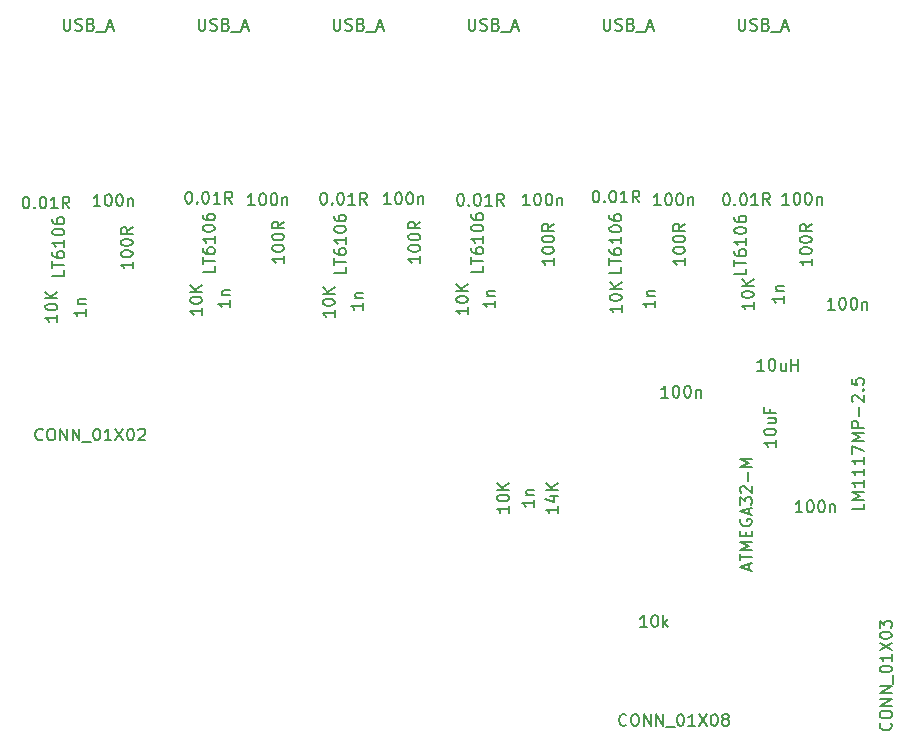
<source format=gbr>
%TF.GenerationSoftware,KiCad,Pcbnew,4.0.1-stable*%
%TF.CreationDate,2016-04-25T17:13:02+03:00*%
%TF.ProjectId,6xUSB_PowMet,36785553425F506F774D65742E6B6963,rev?*%
%TF.FileFunction,Other,Fab,Top*%
%FSLAX46Y46*%
G04 Gerber Fmt 4.6, Leading zero omitted, Abs format (unit mm)*
G04 Created by KiCad (PCBNEW 4.0.1-stable) date 25.04.2016 17:13:02*
%MOMM*%
G01*
G04 APERTURE LIST*
%ADD10C,0.100000*%
%ADD11C,0.150000*%
G04 APERTURE END LIST*
D10*
D11*
X108438571Y-69627381D02*
X108438571Y-70436905D01*
X108486190Y-70532143D01*
X108533809Y-70579762D01*
X108629047Y-70627381D01*
X108819524Y-70627381D01*
X108914762Y-70579762D01*
X108962381Y-70532143D01*
X109010000Y-70436905D01*
X109010000Y-69627381D01*
X109438571Y-70579762D02*
X109581428Y-70627381D01*
X109819524Y-70627381D01*
X109914762Y-70579762D01*
X109962381Y-70532143D01*
X110010000Y-70436905D01*
X110010000Y-70341667D01*
X109962381Y-70246429D01*
X109914762Y-70198810D01*
X109819524Y-70151190D01*
X109629047Y-70103571D01*
X109533809Y-70055952D01*
X109486190Y-70008333D01*
X109438571Y-69913095D01*
X109438571Y-69817857D01*
X109486190Y-69722619D01*
X109533809Y-69675000D01*
X109629047Y-69627381D01*
X109867143Y-69627381D01*
X110010000Y-69675000D01*
X110771905Y-70103571D02*
X110914762Y-70151190D01*
X110962381Y-70198810D01*
X111010000Y-70294048D01*
X111010000Y-70436905D01*
X110962381Y-70532143D01*
X110914762Y-70579762D01*
X110819524Y-70627381D01*
X110438571Y-70627381D01*
X110438571Y-69627381D01*
X110771905Y-69627381D01*
X110867143Y-69675000D01*
X110914762Y-69722619D01*
X110962381Y-69817857D01*
X110962381Y-69913095D01*
X110914762Y-70008333D01*
X110867143Y-70055952D01*
X110771905Y-70103571D01*
X110438571Y-70103571D01*
X111200476Y-70722619D02*
X111962381Y-70722619D01*
X112152857Y-70341667D02*
X112629048Y-70341667D01*
X112057619Y-70627381D02*
X112390952Y-69627381D01*
X112724286Y-70627381D01*
X131298571Y-69627381D02*
X131298571Y-70436905D01*
X131346190Y-70532143D01*
X131393809Y-70579762D01*
X131489047Y-70627381D01*
X131679524Y-70627381D01*
X131774762Y-70579762D01*
X131822381Y-70532143D01*
X131870000Y-70436905D01*
X131870000Y-69627381D01*
X132298571Y-70579762D02*
X132441428Y-70627381D01*
X132679524Y-70627381D01*
X132774762Y-70579762D01*
X132822381Y-70532143D01*
X132870000Y-70436905D01*
X132870000Y-70341667D01*
X132822381Y-70246429D01*
X132774762Y-70198810D01*
X132679524Y-70151190D01*
X132489047Y-70103571D01*
X132393809Y-70055952D01*
X132346190Y-70008333D01*
X132298571Y-69913095D01*
X132298571Y-69817857D01*
X132346190Y-69722619D01*
X132393809Y-69675000D01*
X132489047Y-69627381D01*
X132727143Y-69627381D01*
X132870000Y-69675000D01*
X133631905Y-70103571D02*
X133774762Y-70151190D01*
X133822381Y-70198810D01*
X133870000Y-70294048D01*
X133870000Y-70436905D01*
X133822381Y-70532143D01*
X133774762Y-70579762D01*
X133679524Y-70627381D01*
X133298571Y-70627381D01*
X133298571Y-69627381D01*
X133631905Y-69627381D01*
X133727143Y-69675000D01*
X133774762Y-69722619D01*
X133822381Y-69817857D01*
X133822381Y-69913095D01*
X133774762Y-70008333D01*
X133727143Y-70055952D01*
X133631905Y-70103571D01*
X133298571Y-70103571D01*
X134060476Y-70722619D02*
X134822381Y-70722619D01*
X135012857Y-70341667D02*
X135489048Y-70341667D01*
X134917619Y-70627381D02*
X135250952Y-69627381D01*
X135584286Y-70627381D01*
X111555953Y-85477381D02*
X110984524Y-85477381D01*
X111270238Y-85477381D02*
X111270238Y-84477381D01*
X111175000Y-84620238D01*
X111079762Y-84715476D01*
X110984524Y-84763095D01*
X112175000Y-84477381D02*
X112270239Y-84477381D01*
X112365477Y-84525000D01*
X112413096Y-84572619D01*
X112460715Y-84667857D01*
X112508334Y-84858333D01*
X112508334Y-85096429D01*
X112460715Y-85286905D01*
X112413096Y-85382143D01*
X112365477Y-85429762D01*
X112270239Y-85477381D01*
X112175000Y-85477381D01*
X112079762Y-85429762D01*
X112032143Y-85382143D01*
X111984524Y-85286905D01*
X111936905Y-85096429D01*
X111936905Y-84858333D01*
X111984524Y-84667857D01*
X112032143Y-84572619D01*
X112079762Y-84525000D01*
X112175000Y-84477381D01*
X113127381Y-84477381D02*
X113222620Y-84477381D01*
X113317858Y-84525000D01*
X113365477Y-84572619D01*
X113413096Y-84667857D01*
X113460715Y-84858333D01*
X113460715Y-85096429D01*
X113413096Y-85286905D01*
X113365477Y-85382143D01*
X113317858Y-85429762D01*
X113222620Y-85477381D01*
X113127381Y-85477381D01*
X113032143Y-85429762D01*
X112984524Y-85382143D01*
X112936905Y-85286905D01*
X112889286Y-85096429D01*
X112889286Y-84858333D01*
X112936905Y-84667857D01*
X112984524Y-84572619D01*
X113032143Y-84525000D01*
X113127381Y-84477381D01*
X113889286Y-84810714D02*
X113889286Y-85477381D01*
X113889286Y-84905952D02*
X113936905Y-84858333D01*
X114032143Y-84810714D01*
X114175001Y-84810714D01*
X114270239Y-84858333D01*
X114317858Y-84953571D01*
X114317858Y-85477381D01*
X133777381Y-93691666D02*
X133777381Y-94263095D01*
X133777381Y-93977381D02*
X132777381Y-93977381D01*
X132920238Y-94072619D01*
X133015476Y-94167857D01*
X133063095Y-94263095D01*
X133110714Y-93263095D02*
X133777381Y-93263095D01*
X133205952Y-93263095D02*
X133158333Y-93215476D01*
X133110714Y-93120238D01*
X133110714Y-92977380D01*
X133158333Y-92882142D01*
X133253571Y-92834523D01*
X133777381Y-92834523D01*
X158502381Y-93491666D02*
X158502381Y-94063095D01*
X158502381Y-93777381D02*
X157502381Y-93777381D01*
X157645238Y-93872619D01*
X157740476Y-93967857D01*
X157788095Y-94063095D01*
X157835714Y-93063095D02*
X158502381Y-93063095D01*
X157930952Y-93063095D02*
X157883333Y-93015476D01*
X157835714Y-92920238D01*
X157835714Y-92777380D01*
X157883333Y-92682142D01*
X157978571Y-92634523D01*
X158502381Y-92634523D01*
X110302381Y-94241666D02*
X110302381Y-94813095D01*
X110302381Y-94527381D02*
X109302381Y-94527381D01*
X109445238Y-94622619D01*
X109540476Y-94717857D01*
X109588095Y-94813095D01*
X109635714Y-93813095D02*
X110302381Y-93813095D01*
X109730952Y-93813095D02*
X109683333Y-93765476D01*
X109635714Y-93670238D01*
X109635714Y-93527380D01*
X109683333Y-93432142D01*
X109778571Y-93384523D01*
X110302381Y-93384523D01*
X170980953Y-111402381D02*
X170409524Y-111402381D01*
X170695238Y-111402381D02*
X170695238Y-110402381D01*
X170600000Y-110545238D01*
X170504762Y-110640476D01*
X170409524Y-110688095D01*
X171600000Y-110402381D02*
X171695239Y-110402381D01*
X171790477Y-110450000D01*
X171838096Y-110497619D01*
X171885715Y-110592857D01*
X171933334Y-110783333D01*
X171933334Y-111021429D01*
X171885715Y-111211905D01*
X171838096Y-111307143D01*
X171790477Y-111354762D01*
X171695239Y-111402381D01*
X171600000Y-111402381D01*
X171504762Y-111354762D01*
X171457143Y-111307143D01*
X171409524Y-111211905D01*
X171361905Y-111021429D01*
X171361905Y-110783333D01*
X171409524Y-110592857D01*
X171457143Y-110497619D01*
X171504762Y-110450000D01*
X171600000Y-110402381D01*
X172552381Y-110402381D02*
X172647620Y-110402381D01*
X172742858Y-110450000D01*
X172790477Y-110497619D01*
X172838096Y-110592857D01*
X172885715Y-110783333D01*
X172885715Y-111021429D01*
X172838096Y-111211905D01*
X172790477Y-111307143D01*
X172742858Y-111354762D01*
X172647620Y-111402381D01*
X172552381Y-111402381D01*
X172457143Y-111354762D01*
X172409524Y-111307143D01*
X172361905Y-111211905D01*
X172314286Y-111021429D01*
X172314286Y-110783333D01*
X172361905Y-110592857D01*
X172409524Y-110497619D01*
X172457143Y-110450000D01*
X172552381Y-110402381D01*
X173314286Y-110735714D02*
X173314286Y-111402381D01*
X173314286Y-110830952D02*
X173361905Y-110783333D01*
X173457143Y-110735714D01*
X173600001Y-110735714D01*
X173695239Y-110783333D01*
X173742858Y-110878571D01*
X173742858Y-111402381D01*
X168752381Y-105271428D02*
X168752381Y-105842857D01*
X168752381Y-105557143D02*
X167752381Y-105557143D01*
X167895238Y-105652381D01*
X167990476Y-105747619D01*
X168038095Y-105842857D01*
X167752381Y-104652381D02*
X167752381Y-104557142D01*
X167800000Y-104461904D01*
X167847619Y-104414285D01*
X167942857Y-104366666D01*
X168133333Y-104319047D01*
X168371429Y-104319047D01*
X168561905Y-104366666D01*
X168657143Y-104414285D01*
X168704762Y-104461904D01*
X168752381Y-104557142D01*
X168752381Y-104652381D01*
X168704762Y-104747619D01*
X168657143Y-104795238D01*
X168561905Y-104842857D01*
X168371429Y-104890476D01*
X168133333Y-104890476D01*
X167942857Y-104842857D01*
X167847619Y-104795238D01*
X167800000Y-104747619D01*
X167752381Y-104652381D01*
X168085714Y-103461904D02*
X168752381Y-103461904D01*
X168085714Y-103890476D02*
X168609524Y-103890476D01*
X168704762Y-103842857D01*
X168752381Y-103747619D01*
X168752381Y-103604761D01*
X168704762Y-103509523D01*
X168657143Y-103461904D01*
X168228571Y-102652380D02*
X168228571Y-102985714D01*
X168752381Y-102985714D02*
X167752381Y-102985714D01*
X167752381Y-102509523D01*
X148277381Y-110366666D02*
X148277381Y-110938095D01*
X148277381Y-110652381D02*
X147277381Y-110652381D01*
X147420238Y-110747619D01*
X147515476Y-110842857D01*
X147563095Y-110938095D01*
X147610714Y-109938095D02*
X148277381Y-109938095D01*
X147705952Y-109938095D02*
X147658333Y-109890476D01*
X147610714Y-109795238D01*
X147610714Y-109652380D01*
X147658333Y-109557142D01*
X147753571Y-109509523D01*
X148277381Y-109509523D01*
X173730953Y-94252381D02*
X173159524Y-94252381D01*
X173445238Y-94252381D02*
X173445238Y-93252381D01*
X173350000Y-93395238D01*
X173254762Y-93490476D01*
X173159524Y-93538095D01*
X174350000Y-93252381D02*
X174445239Y-93252381D01*
X174540477Y-93300000D01*
X174588096Y-93347619D01*
X174635715Y-93442857D01*
X174683334Y-93633333D01*
X174683334Y-93871429D01*
X174635715Y-94061905D01*
X174588096Y-94157143D01*
X174540477Y-94204762D01*
X174445239Y-94252381D01*
X174350000Y-94252381D01*
X174254762Y-94204762D01*
X174207143Y-94157143D01*
X174159524Y-94061905D01*
X174111905Y-93871429D01*
X174111905Y-93633333D01*
X174159524Y-93442857D01*
X174207143Y-93347619D01*
X174254762Y-93300000D01*
X174350000Y-93252381D01*
X175302381Y-93252381D02*
X175397620Y-93252381D01*
X175492858Y-93300000D01*
X175540477Y-93347619D01*
X175588096Y-93442857D01*
X175635715Y-93633333D01*
X175635715Y-93871429D01*
X175588096Y-94061905D01*
X175540477Y-94157143D01*
X175492858Y-94204762D01*
X175397620Y-94252381D01*
X175302381Y-94252381D01*
X175207143Y-94204762D01*
X175159524Y-94157143D01*
X175111905Y-94061905D01*
X175064286Y-93871429D01*
X175064286Y-93633333D01*
X175111905Y-93442857D01*
X175159524Y-93347619D01*
X175207143Y-93300000D01*
X175302381Y-93252381D01*
X176064286Y-93585714D02*
X176064286Y-94252381D01*
X176064286Y-93680952D02*
X176111905Y-93633333D01*
X176207143Y-93585714D01*
X176350001Y-93585714D01*
X176445239Y-93633333D01*
X176492858Y-93728571D01*
X176492858Y-94252381D01*
X159630953Y-101702381D02*
X159059524Y-101702381D01*
X159345238Y-101702381D02*
X159345238Y-100702381D01*
X159250000Y-100845238D01*
X159154762Y-100940476D01*
X159059524Y-100988095D01*
X160250000Y-100702381D02*
X160345239Y-100702381D01*
X160440477Y-100750000D01*
X160488096Y-100797619D01*
X160535715Y-100892857D01*
X160583334Y-101083333D01*
X160583334Y-101321429D01*
X160535715Y-101511905D01*
X160488096Y-101607143D01*
X160440477Y-101654762D01*
X160345239Y-101702381D01*
X160250000Y-101702381D01*
X160154762Y-101654762D01*
X160107143Y-101607143D01*
X160059524Y-101511905D01*
X160011905Y-101321429D01*
X160011905Y-101083333D01*
X160059524Y-100892857D01*
X160107143Y-100797619D01*
X160154762Y-100750000D01*
X160250000Y-100702381D01*
X161202381Y-100702381D02*
X161297620Y-100702381D01*
X161392858Y-100750000D01*
X161440477Y-100797619D01*
X161488096Y-100892857D01*
X161535715Y-101083333D01*
X161535715Y-101321429D01*
X161488096Y-101511905D01*
X161440477Y-101607143D01*
X161392858Y-101654762D01*
X161297620Y-101702381D01*
X161202381Y-101702381D01*
X161107143Y-101654762D01*
X161059524Y-101607143D01*
X161011905Y-101511905D01*
X160964286Y-101321429D01*
X160964286Y-101083333D01*
X161011905Y-100892857D01*
X161059524Y-100797619D01*
X161107143Y-100750000D01*
X161202381Y-100702381D01*
X161964286Y-101035714D02*
X161964286Y-101702381D01*
X161964286Y-101130952D02*
X162011905Y-101083333D01*
X162107143Y-101035714D01*
X162250001Y-101035714D01*
X162345239Y-101083333D01*
X162392858Y-101178571D01*
X162392858Y-101702381D01*
X136130953Y-85327381D02*
X135559524Y-85327381D01*
X135845238Y-85327381D02*
X135845238Y-84327381D01*
X135750000Y-84470238D01*
X135654762Y-84565476D01*
X135559524Y-84613095D01*
X136750000Y-84327381D02*
X136845239Y-84327381D01*
X136940477Y-84375000D01*
X136988096Y-84422619D01*
X137035715Y-84517857D01*
X137083334Y-84708333D01*
X137083334Y-84946429D01*
X137035715Y-85136905D01*
X136988096Y-85232143D01*
X136940477Y-85279762D01*
X136845239Y-85327381D01*
X136750000Y-85327381D01*
X136654762Y-85279762D01*
X136607143Y-85232143D01*
X136559524Y-85136905D01*
X136511905Y-84946429D01*
X136511905Y-84708333D01*
X136559524Y-84517857D01*
X136607143Y-84422619D01*
X136654762Y-84375000D01*
X136750000Y-84327381D01*
X137702381Y-84327381D02*
X137797620Y-84327381D01*
X137892858Y-84375000D01*
X137940477Y-84422619D01*
X137988096Y-84517857D01*
X138035715Y-84708333D01*
X138035715Y-84946429D01*
X137988096Y-85136905D01*
X137940477Y-85232143D01*
X137892858Y-85279762D01*
X137797620Y-85327381D01*
X137702381Y-85327381D01*
X137607143Y-85279762D01*
X137559524Y-85232143D01*
X137511905Y-85136905D01*
X137464286Y-84946429D01*
X137464286Y-84708333D01*
X137511905Y-84517857D01*
X137559524Y-84422619D01*
X137607143Y-84375000D01*
X137702381Y-84327381D01*
X138464286Y-84660714D02*
X138464286Y-85327381D01*
X138464286Y-84755952D02*
X138511905Y-84708333D01*
X138607143Y-84660714D01*
X138750001Y-84660714D01*
X138845239Y-84708333D01*
X138892858Y-84803571D01*
X138892858Y-85327381D01*
X158980953Y-85402381D02*
X158409524Y-85402381D01*
X158695238Y-85402381D02*
X158695238Y-84402381D01*
X158600000Y-84545238D01*
X158504762Y-84640476D01*
X158409524Y-84688095D01*
X159600000Y-84402381D02*
X159695239Y-84402381D01*
X159790477Y-84450000D01*
X159838096Y-84497619D01*
X159885715Y-84592857D01*
X159933334Y-84783333D01*
X159933334Y-85021429D01*
X159885715Y-85211905D01*
X159838096Y-85307143D01*
X159790477Y-85354762D01*
X159695239Y-85402381D01*
X159600000Y-85402381D01*
X159504762Y-85354762D01*
X159457143Y-85307143D01*
X159409524Y-85211905D01*
X159361905Y-85021429D01*
X159361905Y-84783333D01*
X159409524Y-84592857D01*
X159457143Y-84497619D01*
X159504762Y-84450000D01*
X159600000Y-84402381D01*
X160552381Y-84402381D02*
X160647620Y-84402381D01*
X160742858Y-84450000D01*
X160790477Y-84497619D01*
X160838096Y-84592857D01*
X160885715Y-84783333D01*
X160885715Y-85021429D01*
X160838096Y-85211905D01*
X160790477Y-85307143D01*
X160742858Y-85354762D01*
X160647620Y-85402381D01*
X160552381Y-85402381D01*
X160457143Y-85354762D01*
X160409524Y-85307143D01*
X160361905Y-85211905D01*
X160314286Y-85021429D01*
X160314286Y-84783333D01*
X160361905Y-84592857D01*
X160409524Y-84497619D01*
X160457143Y-84450000D01*
X160552381Y-84402381D01*
X161314286Y-84735714D02*
X161314286Y-85402381D01*
X161314286Y-84830952D02*
X161361905Y-84783333D01*
X161457143Y-84735714D01*
X161600001Y-84735714D01*
X161695239Y-84783333D01*
X161742858Y-84878571D01*
X161742858Y-85402381D01*
X122527381Y-93466666D02*
X122527381Y-94038095D01*
X122527381Y-93752381D02*
X121527381Y-93752381D01*
X121670238Y-93847619D01*
X121765476Y-93942857D01*
X121813095Y-94038095D01*
X121860714Y-93038095D02*
X122527381Y-93038095D01*
X121955952Y-93038095D02*
X121908333Y-92990476D01*
X121860714Y-92895238D01*
X121860714Y-92752380D01*
X121908333Y-92657142D01*
X122003571Y-92609523D01*
X122527381Y-92609523D01*
X169427381Y-93091666D02*
X169427381Y-93663095D01*
X169427381Y-93377381D02*
X168427381Y-93377381D01*
X168570238Y-93472619D01*
X168665476Y-93567857D01*
X168713095Y-93663095D01*
X168760714Y-92663095D02*
X169427381Y-92663095D01*
X168855952Y-92663095D02*
X168808333Y-92615476D01*
X168760714Y-92520238D01*
X168760714Y-92377380D01*
X168808333Y-92282142D01*
X168903571Y-92234523D01*
X169427381Y-92234523D01*
X144977381Y-93491666D02*
X144977381Y-94063095D01*
X144977381Y-93777381D02*
X143977381Y-93777381D01*
X144120238Y-93872619D01*
X144215476Y-93967857D01*
X144263095Y-94063095D01*
X144310714Y-93063095D02*
X144977381Y-93063095D01*
X144405952Y-93063095D02*
X144358333Y-93015476D01*
X144310714Y-92920238D01*
X144310714Y-92777380D01*
X144358333Y-92682142D01*
X144453571Y-92634523D01*
X144977381Y-92634523D01*
X124630953Y-85402381D02*
X124059524Y-85402381D01*
X124345238Y-85402381D02*
X124345238Y-84402381D01*
X124250000Y-84545238D01*
X124154762Y-84640476D01*
X124059524Y-84688095D01*
X125250000Y-84402381D02*
X125345239Y-84402381D01*
X125440477Y-84450000D01*
X125488096Y-84497619D01*
X125535715Y-84592857D01*
X125583334Y-84783333D01*
X125583334Y-85021429D01*
X125535715Y-85211905D01*
X125488096Y-85307143D01*
X125440477Y-85354762D01*
X125345239Y-85402381D01*
X125250000Y-85402381D01*
X125154762Y-85354762D01*
X125107143Y-85307143D01*
X125059524Y-85211905D01*
X125011905Y-85021429D01*
X125011905Y-84783333D01*
X125059524Y-84592857D01*
X125107143Y-84497619D01*
X125154762Y-84450000D01*
X125250000Y-84402381D01*
X126202381Y-84402381D02*
X126297620Y-84402381D01*
X126392858Y-84450000D01*
X126440477Y-84497619D01*
X126488096Y-84592857D01*
X126535715Y-84783333D01*
X126535715Y-85021429D01*
X126488096Y-85211905D01*
X126440477Y-85307143D01*
X126392858Y-85354762D01*
X126297620Y-85402381D01*
X126202381Y-85402381D01*
X126107143Y-85354762D01*
X126059524Y-85307143D01*
X126011905Y-85211905D01*
X125964286Y-85021429D01*
X125964286Y-84783333D01*
X126011905Y-84592857D01*
X126059524Y-84497619D01*
X126107143Y-84450000D01*
X126202381Y-84402381D01*
X126964286Y-84735714D02*
X126964286Y-85402381D01*
X126964286Y-84830952D02*
X127011905Y-84783333D01*
X127107143Y-84735714D01*
X127250001Y-84735714D01*
X127345239Y-84783333D01*
X127392858Y-84878571D01*
X127392858Y-85402381D01*
X169855953Y-85352381D02*
X169284524Y-85352381D01*
X169570238Y-85352381D02*
X169570238Y-84352381D01*
X169475000Y-84495238D01*
X169379762Y-84590476D01*
X169284524Y-84638095D01*
X170475000Y-84352381D02*
X170570239Y-84352381D01*
X170665477Y-84400000D01*
X170713096Y-84447619D01*
X170760715Y-84542857D01*
X170808334Y-84733333D01*
X170808334Y-84971429D01*
X170760715Y-85161905D01*
X170713096Y-85257143D01*
X170665477Y-85304762D01*
X170570239Y-85352381D01*
X170475000Y-85352381D01*
X170379762Y-85304762D01*
X170332143Y-85257143D01*
X170284524Y-85161905D01*
X170236905Y-84971429D01*
X170236905Y-84733333D01*
X170284524Y-84542857D01*
X170332143Y-84447619D01*
X170379762Y-84400000D01*
X170475000Y-84352381D01*
X171427381Y-84352381D02*
X171522620Y-84352381D01*
X171617858Y-84400000D01*
X171665477Y-84447619D01*
X171713096Y-84542857D01*
X171760715Y-84733333D01*
X171760715Y-84971429D01*
X171713096Y-85161905D01*
X171665477Y-85257143D01*
X171617858Y-85304762D01*
X171522620Y-85352381D01*
X171427381Y-85352381D01*
X171332143Y-85304762D01*
X171284524Y-85257143D01*
X171236905Y-85161905D01*
X171189286Y-84971429D01*
X171189286Y-84733333D01*
X171236905Y-84542857D01*
X171284524Y-84447619D01*
X171332143Y-84400000D01*
X171427381Y-84352381D01*
X172189286Y-84685714D02*
X172189286Y-85352381D01*
X172189286Y-84780952D02*
X172236905Y-84733333D01*
X172332143Y-84685714D01*
X172475001Y-84685714D01*
X172570239Y-84733333D01*
X172617858Y-84828571D01*
X172617858Y-85352381D01*
X147905953Y-85427381D02*
X147334524Y-85427381D01*
X147620238Y-85427381D02*
X147620238Y-84427381D01*
X147525000Y-84570238D01*
X147429762Y-84665476D01*
X147334524Y-84713095D01*
X148525000Y-84427381D02*
X148620239Y-84427381D01*
X148715477Y-84475000D01*
X148763096Y-84522619D01*
X148810715Y-84617857D01*
X148858334Y-84808333D01*
X148858334Y-85046429D01*
X148810715Y-85236905D01*
X148763096Y-85332143D01*
X148715477Y-85379762D01*
X148620239Y-85427381D01*
X148525000Y-85427381D01*
X148429762Y-85379762D01*
X148382143Y-85332143D01*
X148334524Y-85236905D01*
X148286905Y-85046429D01*
X148286905Y-84808333D01*
X148334524Y-84617857D01*
X148382143Y-84522619D01*
X148429762Y-84475000D01*
X148525000Y-84427381D01*
X149477381Y-84427381D02*
X149572620Y-84427381D01*
X149667858Y-84475000D01*
X149715477Y-84522619D01*
X149763096Y-84617857D01*
X149810715Y-84808333D01*
X149810715Y-85046429D01*
X149763096Y-85236905D01*
X149715477Y-85332143D01*
X149667858Y-85379762D01*
X149572620Y-85427381D01*
X149477381Y-85427381D01*
X149382143Y-85379762D01*
X149334524Y-85332143D01*
X149286905Y-85236905D01*
X149239286Y-85046429D01*
X149239286Y-84808333D01*
X149286905Y-84617857D01*
X149334524Y-84522619D01*
X149382143Y-84475000D01*
X149477381Y-84427381D01*
X150239286Y-84760714D02*
X150239286Y-85427381D01*
X150239286Y-84855952D02*
X150286905Y-84808333D01*
X150382143Y-84760714D01*
X150525001Y-84760714D01*
X150620239Y-84808333D01*
X150667858Y-84903571D01*
X150667858Y-85427381D01*
X166436667Y-116249286D02*
X166436667Y-115773095D01*
X166722381Y-116344524D02*
X165722381Y-116011191D01*
X166722381Y-115677857D01*
X165722381Y-115487381D02*
X165722381Y-114915952D01*
X166722381Y-115201667D02*
X165722381Y-115201667D01*
X166722381Y-114582619D02*
X165722381Y-114582619D01*
X166436667Y-114249285D01*
X165722381Y-113915952D01*
X166722381Y-113915952D01*
X166198571Y-113439762D02*
X166198571Y-113106428D01*
X166722381Y-112963571D02*
X166722381Y-113439762D01*
X165722381Y-113439762D01*
X165722381Y-112963571D01*
X165770000Y-112011190D02*
X165722381Y-112106428D01*
X165722381Y-112249285D01*
X165770000Y-112392143D01*
X165865238Y-112487381D01*
X165960476Y-112535000D01*
X166150952Y-112582619D01*
X166293810Y-112582619D01*
X166484286Y-112535000D01*
X166579524Y-112487381D01*
X166674762Y-112392143D01*
X166722381Y-112249285D01*
X166722381Y-112154047D01*
X166674762Y-112011190D01*
X166627143Y-111963571D01*
X166293810Y-111963571D01*
X166293810Y-112154047D01*
X166436667Y-111582619D02*
X166436667Y-111106428D01*
X166722381Y-111677857D02*
X165722381Y-111344524D01*
X166722381Y-111011190D01*
X165722381Y-110773095D02*
X165722381Y-110154047D01*
X166103333Y-110487381D01*
X166103333Y-110344523D01*
X166150952Y-110249285D01*
X166198571Y-110201666D01*
X166293810Y-110154047D01*
X166531905Y-110154047D01*
X166627143Y-110201666D01*
X166674762Y-110249285D01*
X166722381Y-110344523D01*
X166722381Y-110630238D01*
X166674762Y-110725476D01*
X166627143Y-110773095D01*
X165817619Y-109773095D02*
X165770000Y-109725476D01*
X165722381Y-109630238D01*
X165722381Y-109392142D01*
X165770000Y-109296904D01*
X165817619Y-109249285D01*
X165912857Y-109201666D01*
X166008095Y-109201666D01*
X166150952Y-109249285D01*
X166722381Y-109820714D01*
X166722381Y-109201666D01*
X166341429Y-108773095D02*
X166341429Y-108011190D01*
X166722381Y-107535000D02*
X165722381Y-107535000D01*
X166436667Y-107201666D01*
X165722381Y-106868333D01*
X166722381Y-106868333D01*
X167758334Y-99427381D02*
X167186905Y-99427381D01*
X167472619Y-99427381D02*
X167472619Y-98427381D01*
X167377381Y-98570238D01*
X167282143Y-98665476D01*
X167186905Y-98713095D01*
X168377381Y-98427381D02*
X168472620Y-98427381D01*
X168567858Y-98475000D01*
X168615477Y-98522619D01*
X168663096Y-98617857D01*
X168710715Y-98808333D01*
X168710715Y-99046429D01*
X168663096Y-99236905D01*
X168615477Y-99332143D01*
X168567858Y-99379762D01*
X168472620Y-99427381D01*
X168377381Y-99427381D01*
X168282143Y-99379762D01*
X168234524Y-99332143D01*
X168186905Y-99236905D01*
X168139286Y-99046429D01*
X168139286Y-98808333D01*
X168186905Y-98617857D01*
X168234524Y-98522619D01*
X168282143Y-98475000D01*
X168377381Y-98427381D01*
X169567858Y-98760714D02*
X169567858Y-99427381D01*
X169139286Y-98760714D02*
X169139286Y-99284524D01*
X169186905Y-99379762D01*
X169282143Y-99427381D01*
X169425001Y-99427381D01*
X169520239Y-99379762D01*
X169567858Y-99332143D01*
X170044048Y-99427381D02*
X170044048Y-98427381D01*
X170044048Y-98903571D02*
X170615477Y-98903571D01*
X170615477Y-99427381D02*
X170615477Y-98427381D01*
X114277381Y-90191666D02*
X114277381Y-90763095D01*
X114277381Y-90477381D02*
X113277381Y-90477381D01*
X113420238Y-90572619D01*
X113515476Y-90667857D01*
X113563095Y-90763095D01*
X113277381Y-89572619D02*
X113277381Y-89477380D01*
X113325000Y-89382142D01*
X113372619Y-89334523D01*
X113467857Y-89286904D01*
X113658333Y-89239285D01*
X113896429Y-89239285D01*
X114086905Y-89286904D01*
X114182143Y-89334523D01*
X114229762Y-89382142D01*
X114277381Y-89477380D01*
X114277381Y-89572619D01*
X114229762Y-89667857D01*
X114182143Y-89715476D01*
X114086905Y-89763095D01*
X113896429Y-89810714D01*
X113658333Y-89810714D01*
X113467857Y-89763095D01*
X113372619Y-89715476D01*
X113325000Y-89667857D01*
X113277381Y-89572619D01*
X113277381Y-88620238D02*
X113277381Y-88524999D01*
X113325000Y-88429761D01*
X113372619Y-88382142D01*
X113467857Y-88334523D01*
X113658333Y-88286904D01*
X113896429Y-88286904D01*
X114086905Y-88334523D01*
X114182143Y-88382142D01*
X114229762Y-88429761D01*
X114277381Y-88524999D01*
X114277381Y-88620238D01*
X114229762Y-88715476D01*
X114182143Y-88763095D01*
X114086905Y-88810714D01*
X113896429Y-88858333D01*
X113658333Y-88858333D01*
X113467857Y-88810714D01*
X113372619Y-88763095D01*
X113325000Y-88715476D01*
X113277381Y-88620238D01*
X114277381Y-87286904D02*
X113801190Y-87620238D01*
X114277381Y-87858333D02*
X113277381Y-87858333D01*
X113277381Y-87477380D01*
X113325000Y-87382142D01*
X113372619Y-87334523D01*
X113467857Y-87286904D01*
X113610714Y-87286904D01*
X113705952Y-87334523D01*
X113753571Y-87382142D01*
X113801190Y-87477380D01*
X113801190Y-87858333D01*
X105211905Y-84677381D02*
X105307144Y-84677381D01*
X105402382Y-84725000D01*
X105450001Y-84772619D01*
X105497620Y-84867857D01*
X105545239Y-85058333D01*
X105545239Y-85296429D01*
X105497620Y-85486905D01*
X105450001Y-85582143D01*
X105402382Y-85629762D01*
X105307144Y-85677381D01*
X105211905Y-85677381D01*
X105116667Y-85629762D01*
X105069048Y-85582143D01*
X105021429Y-85486905D01*
X104973810Y-85296429D01*
X104973810Y-85058333D01*
X105021429Y-84867857D01*
X105069048Y-84772619D01*
X105116667Y-84725000D01*
X105211905Y-84677381D01*
X105973810Y-85582143D02*
X106021429Y-85629762D01*
X105973810Y-85677381D01*
X105926191Y-85629762D01*
X105973810Y-85582143D01*
X105973810Y-85677381D01*
X106640476Y-84677381D02*
X106735715Y-84677381D01*
X106830953Y-84725000D01*
X106878572Y-84772619D01*
X106926191Y-84867857D01*
X106973810Y-85058333D01*
X106973810Y-85296429D01*
X106926191Y-85486905D01*
X106878572Y-85582143D01*
X106830953Y-85629762D01*
X106735715Y-85677381D01*
X106640476Y-85677381D01*
X106545238Y-85629762D01*
X106497619Y-85582143D01*
X106450000Y-85486905D01*
X106402381Y-85296429D01*
X106402381Y-85058333D01*
X106450000Y-84867857D01*
X106497619Y-84772619D01*
X106545238Y-84725000D01*
X106640476Y-84677381D01*
X107926191Y-85677381D02*
X107354762Y-85677381D01*
X107640476Y-85677381D02*
X107640476Y-84677381D01*
X107545238Y-84820238D01*
X107450000Y-84915476D01*
X107354762Y-84963095D01*
X108926191Y-85677381D02*
X108592857Y-85201190D01*
X108354762Y-85677381D02*
X108354762Y-84677381D01*
X108735715Y-84677381D01*
X108830953Y-84725000D01*
X108878572Y-84772619D01*
X108926191Y-84867857D01*
X108926191Y-85010714D01*
X108878572Y-85105952D01*
X108830953Y-85153571D01*
X108735715Y-85201190D01*
X108354762Y-85201190D01*
X107902381Y-94690476D02*
X107902381Y-95261905D01*
X107902381Y-94976191D02*
X106902381Y-94976191D01*
X107045238Y-95071429D01*
X107140476Y-95166667D01*
X107188095Y-95261905D01*
X106902381Y-94071429D02*
X106902381Y-93976190D01*
X106950000Y-93880952D01*
X106997619Y-93833333D01*
X107092857Y-93785714D01*
X107283333Y-93738095D01*
X107521429Y-93738095D01*
X107711905Y-93785714D01*
X107807143Y-93833333D01*
X107854762Y-93880952D01*
X107902381Y-93976190D01*
X107902381Y-94071429D01*
X107854762Y-94166667D01*
X107807143Y-94214286D01*
X107711905Y-94261905D01*
X107521429Y-94309524D01*
X107283333Y-94309524D01*
X107092857Y-94261905D01*
X106997619Y-94214286D01*
X106950000Y-94166667D01*
X106902381Y-94071429D01*
X107902381Y-93309524D02*
X106902381Y-93309524D01*
X107902381Y-92738095D02*
X107330952Y-93166667D01*
X106902381Y-92738095D02*
X107473810Y-93309524D01*
X146127381Y-110865476D02*
X146127381Y-111436905D01*
X146127381Y-111151191D02*
X145127381Y-111151191D01*
X145270238Y-111246429D01*
X145365476Y-111341667D01*
X145413095Y-111436905D01*
X145127381Y-110246429D02*
X145127381Y-110151190D01*
X145175000Y-110055952D01*
X145222619Y-110008333D01*
X145317857Y-109960714D01*
X145508333Y-109913095D01*
X145746429Y-109913095D01*
X145936905Y-109960714D01*
X146032143Y-110008333D01*
X146079762Y-110055952D01*
X146127381Y-110151190D01*
X146127381Y-110246429D01*
X146079762Y-110341667D01*
X146032143Y-110389286D01*
X145936905Y-110436905D01*
X145746429Y-110484524D01*
X145508333Y-110484524D01*
X145317857Y-110436905D01*
X145222619Y-110389286D01*
X145175000Y-110341667D01*
X145127381Y-110246429D01*
X146127381Y-109484524D02*
X145127381Y-109484524D01*
X146127381Y-108913095D02*
X145555952Y-109341667D01*
X145127381Y-108913095D02*
X145698810Y-109484524D01*
X150277381Y-110915476D02*
X150277381Y-111486905D01*
X150277381Y-111201191D02*
X149277381Y-111201191D01*
X149420238Y-111296429D01*
X149515476Y-111391667D01*
X149563095Y-111486905D01*
X149610714Y-110058333D02*
X150277381Y-110058333D01*
X149229762Y-110296429D02*
X149944048Y-110534524D01*
X149944048Y-109915476D01*
X150277381Y-109534524D02*
X149277381Y-109534524D01*
X150277381Y-108963095D02*
X149705952Y-109391667D01*
X149277381Y-108963095D02*
X149848810Y-109534524D01*
X157829762Y-121127381D02*
X157258333Y-121127381D01*
X157544047Y-121127381D02*
X157544047Y-120127381D01*
X157448809Y-120270238D01*
X157353571Y-120365476D01*
X157258333Y-120413095D01*
X158448809Y-120127381D02*
X158544048Y-120127381D01*
X158639286Y-120175000D01*
X158686905Y-120222619D01*
X158734524Y-120317857D01*
X158782143Y-120508333D01*
X158782143Y-120746429D01*
X158734524Y-120936905D01*
X158686905Y-121032143D01*
X158639286Y-121079762D01*
X158544048Y-121127381D01*
X158448809Y-121127381D01*
X158353571Y-121079762D01*
X158305952Y-121032143D01*
X158258333Y-120936905D01*
X158210714Y-120746429D01*
X158210714Y-120508333D01*
X158258333Y-120317857D01*
X158305952Y-120222619D01*
X158353571Y-120175000D01*
X158448809Y-120127381D01*
X159210714Y-121127381D02*
X159210714Y-120127381D01*
X159305952Y-120746429D02*
X159591667Y-121127381D01*
X159591667Y-120460714D02*
X159210714Y-120841667D01*
X131377381Y-94290476D02*
X131377381Y-94861905D01*
X131377381Y-94576191D02*
X130377381Y-94576191D01*
X130520238Y-94671429D01*
X130615476Y-94766667D01*
X130663095Y-94861905D01*
X130377381Y-93671429D02*
X130377381Y-93576190D01*
X130425000Y-93480952D01*
X130472619Y-93433333D01*
X130567857Y-93385714D01*
X130758333Y-93338095D01*
X130996429Y-93338095D01*
X131186905Y-93385714D01*
X131282143Y-93433333D01*
X131329762Y-93480952D01*
X131377381Y-93576190D01*
X131377381Y-93671429D01*
X131329762Y-93766667D01*
X131282143Y-93814286D01*
X131186905Y-93861905D01*
X130996429Y-93909524D01*
X130758333Y-93909524D01*
X130567857Y-93861905D01*
X130472619Y-93814286D01*
X130425000Y-93766667D01*
X130377381Y-93671429D01*
X131377381Y-92909524D02*
X130377381Y-92909524D01*
X131377381Y-92338095D02*
X130805952Y-92766667D01*
X130377381Y-92338095D02*
X130948810Y-92909524D01*
X155677381Y-93890476D02*
X155677381Y-94461905D01*
X155677381Y-94176191D02*
X154677381Y-94176191D01*
X154820238Y-94271429D01*
X154915476Y-94366667D01*
X154963095Y-94461905D01*
X154677381Y-93271429D02*
X154677381Y-93176190D01*
X154725000Y-93080952D01*
X154772619Y-93033333D01*
X154867857Y-92985714D01*
X155058333Y-92938095D01*
X155296429Y-92938095D01*
X155486905Y-92985714D01*
X155582143Y-93033333D01*
X155629762Y-93080952D01*
X155677381Y-93176190D01*
X155677381Y-93271429D01*
X155629762Y-93366667D01*
X155582143Y-93414286D01*
X155486905Y-93461905D01*
X155296429Y-93509524D01*
X155058333Y-93509524D01*
X154867857Y-93461905D01*
X154772619Y-93414286D01*
X154725000Y-93366667D01*
X154677381Y-93271429D01*
X155677381Y-92509524D02*
X154677381Y-92509524D01*
X155677381Y-91938095D02*
X155105952Y-92366667D01*
X154677381Y-91938095D02*
X155248810Y-92509524D01*
X138627381Y-89716666D02*
X138627381Y-90288095D01*
X138627381Y-90002381D02*
X137627381Y-90002381D01*
X137770238Y-90097619D01*
X137865476Y-90192857D01*
X137913095Y-90288095D01*
X137627381Y-89097619D02*
X137627381Y-89002380D01*
X137675000Y-88907142D01*
X137722619Y-88859523D01*
X137817857Y-88811904D01*
X138008333Y-88764285D01*
X138246429Y-88764285D01*
X138436905Y-88811904D01*
X138532143Y-88859523D01*
X138579762Y-88907142D01*
X138627381Y-89002380D01*
X138627381Y-89097619D01*
X138579762Y-89192857D01*
X138532143Y-89240476D01*
X138436905Y-89288095D01*
X138246429Y-89335714D01*
X138008333Y-89335714D01*
X137817857Y-89288095D01*
X137722619Y-89240476D01*
X137675000Y-89192857D01*
X137627381Y-89097619D01*
X137627381Y-88145238D02*
X137627381Y-88049999D01*
X137675000Y-87954761D01*
X137722619Y-87907142D01*
X137817857Y-87859523D01*
X138008333Y-87811904D01*
X138246429Y-87811904D01*
X138436905Y-87859523D01*
X138532143Y-87907142D01*
X138579762Y-87954761D01*
X138627381Y-88049999D01*
X138627381Y-88145238D01*
X138579762Y-88240476D01*
X138532143Y-88288095D01*
X138436905Y-88335714D01*
X138246429Y-88383333D01*
X138008333Y-88383333D01*
X137817857Y-88335714D01*
X137722619Y-88288095D01*
X137675000Y-88240476D01*
X137627381Y-88145238D01*
X138627381Y-86811904D02*
X138151190Y-87145238D01*
X138627381Y-87383333D02*
X137627381Y-87383333D01*
X137627381Y-87002380D01*
X137675000Y-86907142D01*
X137722619Y-86859523D01*
X137817857Y-86811904D01*
X137960714Y-86811904D01*
X138055952Y-86859523D01*
X138103571Y-86907142D01*
X138151190Y-87002380D01*
X138151190Y-87383333D01*
X161052381Y-89891666D02*
X161052381Y-90463095D01*
X161052381Y-90177381D02*
X160052381Y-90177381D01*
X160195238Y-90272619D01*
X160290476Y-90367857D01*
X160338095Y-90463095D01*
X160052381Y-89272619D02*
X160052381Y-89177380D01*
X160100000Y-89082142D01*
X160147619Y-89034523D01*
X160242857Y-88986904D01*
X160433333Y-88939285D01*
X160671429Y-88939285D01*
X160861905Y-88986904D01*
X160957143Y-89034523D01*
X161004762Y-89082142D01*
X161052381Y-89177380D01*
X161052381Y-89272619D01*
X161004762Y-89367857D01*
X160957143Y-89415476D01*
X160861905Y-89463095D01*
X160671429Y-89510714D01*
X160433333Y-89510714D01*
X160242857Y-89463095D01*
X160147619Y-89415476D01*
X160100000Y-89367857D01*
X160052381Y-89272619D01*
X160052381Y-88320238D02*
X160052381Y-88224999D01*
X160100000Y-88129761D01*
X160147619Y-88082142D01*
X160242857Y-88034523D01*
X160433333Y-87986904D01*
X160671429Y-87986904D01*
X160861905Y-88034523D01*
X160957143Y-88082142D01*
X161004762Y-88129761D01*
X161052381Y-88224999D01*
X161052381Y-88320238D01*
X161004762Y-88415476D01*
X160957143Y-88463095D01*
X160861905Y-88510714D01*
X160671429Y-88558333D01*
X160433333Y-88558333D01*
X160242857Y-88510714D01*
X160147619Y-88463095D01*
X160100000Y-88415476D01*
X160052381Y-88320238D01*
X161052381Y-86986904D02*
X160576190Y-87320238D01*
X161052381Y-87558333D02*
X160052381Y-87558333D01*
X160052381Y-87177380D01*
X160100000Y-87082142D01*
X160147619Y-87034523D01*
X160242857Y-86986904D01*
X160385714Y-86986904D01*
X160480952Y-87034523D01*
X160528571Y-87082142D01*
X160576190Y-87177380D01*
X160576190Y-87558333D01*
X130411905Y-84352381D02*
X130507144Y-84352381D01*
X130602382Y-84400000D01*
X130650001Y-84447619D01*
X130697620Y-84542857D01*
X130745239Y-84733333D01*
X130745239Y-84971429D01*
X130697620Y-85161905D01*
X130650001Y-85257143D01*
X130602382Y-85304762D01*
X130507144Y-85352381D01*
X130411905Y-85352381D01*
X130316667Y-85304762D01*
X130269048Y-85257143D01*
X130221429Y-85161905D01*
X130173810Y-84971429D01*
X130173810Y-84733333D01*
X130221429Y-84542857D01*
X130269048Y-84447619D01*
X130316667Y-84400000D01*
X130411905Y-84352381D01*
X131173810Y-85257143D02*
X131221429Y-85304762D01*
X131173810Y-85352381D01*
X131126191Y-85304762D01*
X131173810Y-85257143D01*
X131173810Y-85352381D01*
X131840476Y-84352381D02*
X131935715Y-84352381D01*
X132030953Y-84400000D01*
X132078572Y-84447619D01*
X132126191Y-84542857D01*
X132173810Y-84733333D01*
X132173810Y-84971429D01*
X132126191Y-85161905D01*
X132078572Y-85257143D01*
X132030953Y-85304762D01*
X131935715Y-85352381D01*
X131840476Y-85352381D01*
X131745238Y-85304762D01*
X131697619Y-85257143D01*
X131650000Y-85161905D01*
X131602381Y-84971429D01*
X131602381Y-84733333D01*
X131650000Y-84542857D01*
X131697619Y-84447619D01*
X131745238Y-84400000D01*
X131840476Y-84352381D01*
X133126191Y-85352381D02*
X132554762Y-85352381D01*
X132840476Y-85352381D02*
X132840476Y-84352381D01*
X132745238Y-84495238D01*
X132650000Y-84590476D01*
X132554762Y-84638095D01*
X134126191Y-85352381D02*
X133792857Y-84876190D01*
X133554762Y-85352381D02*
X133554762Y-84352381D01*
X133935715Y-84352381D01*
X134030953Y-84400000D01*
X134078572Y-84447619D01*
X134126191Y-84542857D01*
X134126191Y-84685714D01*
X134078572Y-84780952D01*
X134030953Y-84828571D01*
X133935715Y-84876190D01*
X133554762Y-84876190D01*
X153461905Y-84177381D02*
X153557144Y-84177381D01*
X153652382Y-84225000D01*
X153700001Y-84272619D01*
X153747620Y-84367857D01*
X153795239Y-84558333D01*
X153795239Y-84796429D01*
X153747620Y-84986905D01*
X153700001Y-85082143D01*
X153652382Y-85129762D01*
X153557144Y-85177381D01*
X153461905Y-85177381D01*
X153366667Y-85129762D01*
X153319048Y-85082143D01*
X153271429Y-84986905D01*
X153223810Y-84796429D01*
X153223810Y-84558333D01*
X153271429Y-84367857D01*
X153319048Y-84272619D01*
X153366667Y-84225000D01*
X153461905Y-84177381D01*
X154223810Y-85082143D02*
X154271429Y-85129762D01*
X154223810Y-85177381D01*
X154176191Y-85129762D01*
X154223810Y-85082143D01*
X154223810Y-85177381D01*
X154890476Y-84177381D02*
X154985715Y-84177381D01*
X155080953Y-84225000D01*
X155128572Y-84272619D01*
X155176191Y-84367857D01*
X155223810Y-84558333D01*
X155223810Y-84796429D01*
X155176191Y-84986905D01*
X155128572Y-85082143D01*
X155080953Y-85129762D01*
X154985715Y-85177381D01*
X154890476Y-85177381D01*
X154795238Y-85129762D01*
X154747619Y-85082143D01*
X154700000Y-84986905D01*
X154652381Y-84796429D01*
X154652381Y-84558333D01*
X154700000Y-84367857D01*
X154747619Y-84272619D01*
X154795238Y-84225000D01*
X154890476Y-84177381D01*
X156176191Y-85177381D02*
X155604762Y-85177381D01*
X155890476Y-85177381D02*
X155890476Y-84177381D01*
X155795238Y-84320238D01*
X155700000Y-84415476D01*
X155604762Y-84463095D01*
X157176191Y-85177381D02*
X156842857Y-84701190D01*
X156604762Y-85177381D02*
X156604762Y-84177381D01*
X156985715Y-84177381D01*
X157080953Y-84225000D01*
X157128572Y-84272619D01*
X157176191Y-84367857D01*
X157176191Y-84510714D01*
X157128572Y-84605952D01*
X157080953Y-84653571D01*
X156985715Y-84701190D01*
X156604762Y-84701190D01*
X120152381Y-94115476D02*
X120152381Y-94686905D01*
X120152381Y-94401191D02*
X119152381Y-94401191D01*
X119295238Y-94496429D01*
X119390476Y-94591667D01*
X119438095Y-94686905D01*
X119152381Y-93496429D02*
X119152381Y-93401190D01*
X119200000Y-93305952D01*
X119247619Y-93258333D01*
X119342857Y-93210714D01*
X119533333Y-93163095D01*
X119771429Y-93163095D01*
X119961905Y-93210714D01*
X120057143Y-93258333D01*
X120104762Y-93305952D01*
X120152381Y-93401190D01*
X120152381Y-93496429D01*
X120104762Y-93591667D01*
X120057143Y-93639286D01*
X119961905Y-93686905D01*
X119771429Y-93734524D01*
X119533333Y-93734524D01*
X119342857Y-93686905D01*
X119247619Y-93639286D01*
X119200000Y-93591667D01*
X119152381Y-93496429D01*
X120152381Y-92734524D02*
X119152381Y-92734524D01*
X120152381Y-92163095D02*
X119580952Y-92591667D01*
X119152381Y-92163095D02*
X119723810Y-92734524D01*
X166852381Y-93640476D02*
X166852381Y-94211905D01*
X166852381Y-93926191D02*
X165852381Y-93926191D01*
X165995238Y-94021429D01*
X166090476Y-94116667D01*
X166138095Y-94211905D01*
X165852381Y-93021429D02*
X165852381Y-92926190D01*
X165900000Y-92830952D01*
X165947619Y-92783333D01*
X166042857Y-92735714D01*
X166233333Y-92688095D01*
X166471429Y-92688095D01*
X166661905Y-92735714D01*
X166757143Y-92783333D01*
X166804762Y-92830952D01*
X166852381Y-92926190D01*
X166852381Y-93021429D01*
X166804762Y-93116667D01*
X166757143Y-93164286D01*
X166661905Y-93211905D01*
X166471429Y-93259524D01*
X166233333Y-93259524D01*
X166042857Y-93211905D01*
X165947619Y-93164286D01*
X165900000Y-93116667D01*
X165852381Y-93021429D01*
X166852381Y-92259524D02*
X165852381Y-92259524D01*
X166852381Y-91688095D02*
X166280952Y-92116667D01*
X165852381Y-91688095D02*
X166423810Y-92259524D01*
X142677381Y-94065476D02*
X142677381Y-94636905D01*
X142677381Y-94351191D02*
X141677381Y-94351191D01*
X141820238Y-94446429D01*
X141915476Y-94541667D01*
X141963095Y-94636905D01*
X141677381Y-93446429D02*
X141677381Y-93351190D01*
X141725000Y-93255952D01*
X141772619Y-93208333D01*
X141867857Y-93160714D01*
X142058333Y-93113095D01*
X142296429Y-93113095D01*
X142486905Y-93160714D01*
X142582143Y-93208333D01*
X142629762Y-93255952D01*
X142677381Y-93351190D01*
X142677381Y-93446429D01*
X142629762Y-93541667D01*
X142582143Y-93589286D01*
X142486905Y-93636905D01*
X142296429Y-93684524D01*
X142058333Y-93684524D01*
X141867857Y-93636905D01*
X141772619Y-93589286D01*
X141725000Y-93541667D01*
X141677381Y-93446429D01*
X142677381Y-92684524D02*
X141677381Y-92684524D01*
X142677381Y-92113095D02*
X142105952Y-92541667D01*
X141677381Y-92113095D02*
X142248810Y-92684524D01*
X127102381Y-89716666D02*
X127102381Y-90288095D01*
X127102381Y-90002381D02*
X126102381Y-90002381D01*
X126245238Y-90097619D01*
X126340476Y-90192857D01*
X126388095Y-90288095D01*
X126102381Y-89097619D02*
X126102381Y-89002380D01*
X126150000Y-88907142D01*
X126197619Y-88859523D01*
X126292857Y-88811904D01*
X126483333Y-88764285D01*
X126721429Y-88764285D01*
X126911905Y-88811904D01*
X127007143Y-88859523D01*
X127054762Y-88907142D01*
X127102381Y-89002380D01*
X127102381Y-89097619D01*
X127054762Y-89192857D01*
X127007143Y-89240476D01*
X126911905Y-89288095D01*
X126721429Y-89335714D01*
X126483333Y-89335714D01*
X126292857Y-89288095D01*
X126197619Y-89240476D01*
X126150000Y-89192857D01*
X126102381Y-89097619D01*
X126102381Y-88145238D02*
X126102381Y-88049999D01*
X126150000Y-87954761D01*
X126197619Y-87907142D01*
X126292857Y-87859523D01*
X126483333Y-87811904D01*
X126721429Y-87811904D01*
X126911905Y-87859523D01*
X127007143Y-87907142D01*
X127054762Y-87954761D01*
X127102381Y-88049999D01*
X127102381Y-88145238D01*
X127054762Y-88240476D01*
X127007143Y-88288095D01*
X126911905Y-88335714D01*
X126721429Y-88383333D01*
X126483333Y-88383333D01*
X126292857Y-88335714D01*
X126197619Y-88288095D01*
X126150000Y-88240476D01*
X126102381Y-88145238D01*
X127102381Y-86811904D02*
X126626190Y-87145238D01*
X127102381Y-87383333D02*
X126102381Y-87383333D01*
X126102381Y-87002380D01*
X126150000Y-86907142D01*
X126197619Y-86859523D01*
X126292857Y-86811904D01*
X126435714Y-86811904D01*
X126530952Y-86859523D01*
X126578571Y-86907142D01*
X126626190Y-87002380D01*
X126626190Y-87383333D01*
X171777381Y-89941666D02*
X171777381Y-90513095D01*
X171777381Y-90227381D02*
X170777381Y-90227381D01*
X170920238Y-90322619D01*
X171015476Y-90417857D01*
X171063095Y-90513095D01*
X170777381Y-89322619D02*
X170777381Y-89227380D01*
X170825000Y-89132142D01*
X170872619Y-89084523D01*
X170967857Y-89036904D01*
X171158333Y-88989285D01*
X171396429Y-88989285D01*
X171586905Y-89036904D01*
X171682143Y-89084523D01*
X171729762Y-89132142D01*
X171777381Y-89227380D01*
X171777381Y-89322619D01*
X171729762Y-89417857D01*
X171682143Y-89465476D01*
X171586905Y-89513095D01*
X171396429Y-89560714D01*
X171158333Y-89560714D01*
X170967857Y-89513095D01*
X170872619Y-89465476D01*
X170825000Y-89417857D01*
X170777381Y-89322619D01*
X170777381Y-88370238D02*
X170777381Y-88274999D01*
X170825000Y-88179761D01*
X170872619Y-88132142D01*
X170967857Y-88084523D01*
X171158333Y-88036904D01*
X171396429Y-88036904D01*
X171586905Y-88084523D01*
X171682143Y-88132142D01*
X171729762Y-88179761D01*
X171777381Y-88274999D01*
X171777381Y-88370238D01*
X171729762Y-88465476D01*
X171682143Y-88513095D01*
X171586905Y-88560714D01*
X171396429Y-88608333D01*
X171158333Y-88608333D01*
X170967857Y-88560714D01*
X170872619Y-88513095D01*
X170825000Y-88465476D01*
X170777381Y-88370238D01*
X171777381Y-87036904D02*
X171301190Y-87370238D01*
X171777381Y-87608333D02*
X170777381Y-87608333D01*
X170777381Y-87227380D01*
X170825000Y-87132142D01*
X170872619Y-87084523D01*
X170967857Y-87036904D01*
X171110714Y-87036904D01*
X171205952Y-87084523D01*
X171253571Y-87132142D01*
X171301190Y-87227380D01*
X171301190Y-87608333D01*
X118986905Y-84277381D02*
X119082144Y-84277381D01*
X119177382Y-84325000D01*
X119225001Y-84372619D01*
X119272620Y-84467857D01*
X119320239Y-84658333D01*
X119320239Y-84896429D01*
X119272620Y-85086905D01*
X119225001Y-85182143D01*
X119177382Y-85229762D01*
X119082144Y-85277381D01*
X118986905Y-85277381D01*
X118891667Y-85229762D01*
X118844048Y-85182143D01*
X118796429Y-85086905D01*
X118748810Y-84896429D01*
X118748810Y-84658333D01*
X118796429Y-84467857D01*
X118844048Y-84372619D01*
X118891667Y-84325000D01*
X118986905Y-84277381D01*
X119748810Y-85182143D02*
X119796429Y-85229762D01*
X119748810Y-85277381D01*
X119701191Y-85229762D01*
X119748810Y-85182143D01*
X119748810Y-85277381D01*
X120415476Y-84277381D02*
X120510715Y-84277381D01*
X120605953Y-84325000D01*
X120653572Y-84372619D01*
X120701191Y-84467857D01*
X120748810Y-84658333D01*
X120748810Y-84896429D01*
X120701191Y-85086905D01*
X120653572Y-85182143D01*
X120605953Y-85229762D01*
X120510715Y-85277381D01*
X120415476Y-85277381D01*
X120320238Y-85229762D01*
X120272619Y-85182143D01*
X120225000Y-85086905D01*
X120177381Y-84896429D01*
X120177381Y-84658333D01*
X120225000Y-84467857D01*
X120272619Y-84372619D01*
X120320238Y-84325000D01*
X120415476Y-84277381D01*
X121701191Y-85277381D02*
X121129762Y-85277381D01*
X121415476Y-85277381D02*
X121415476Y-84277381D01*
X121320238Y-84420238D01*
X121225000Y-84515476D01*
X121129762Y-84563095D01*
X122701191Y-85277381D02*
X122367857Y-84801190D01*
X122129762Y-85277381D02*
X122129762Y-84277381D01*
X122510715Y-84277381D01*
X122605953Y-84325000D01*
X122653572Y-84372619D01*
X122701191Y-84467857D01*
X122701191Y-84610714D01*
X122653572Y-84705952D01*
X122605953Y-84753571D01*
X122510715Y-84801190D01*
X122129762Y-84801190D01*
X149952381Y-89891666D02*
X149952381Y-90463095D01*
X149952381Y-90177381D02*
X148952381Y-90177381D01*
X149095238Y-90272619D01*
X149190476Y-90367857D01*
X149238095Y-90463095D01*
X148952381Y-89272619D02*
X148952381Y-89177380D01*
X149000000Y-89082142D01*
X149047619Y-89034523D01*
X149142857Y-88986904D01*
X149333333Y-88939285D01*
X149571429Y-88939285D01*
X149761905Y-88986904D01*
X149857143Y-89034523D01*
X149904762Y-89082142D01*
X149952381Y-89177380D01*
X149952381Y-89272619D01*
X149904762Y-89367857D01*
X149857143Y-89415476D01*
X149761905Y-89463095D01*
X149571429Y-89510714D01*
X149333333Y-89510714D01*
X149142857Y-89463095D01*
X149047619Y-89415476D01*
X149000000Y-89367857D01*
X148952381Y-89272619D01*
X148952381Y-88320238D02*
X148952381Y-88224999D01*
X149000000Y-88129761D01*
X149047619Y-88082142D01*
X149142857Y-88034523D01*
X149333333Y-87986904D01*
X149571429Y-87986904D01*
X149761905Y-88034523D01*
X149857143Y-88082142D01*
X149904762Y-88129761D01*
X149952381Y-88224999D01*
X149952381Y-88320238D01*
X149904762Y-88415476D01*
X149857143Y-88463095D01*
X149761905Y-88510714D01*
X149571429Y-88558333D01*
X149333333Y-88558333D01*
X149142857Y-88510714D01*
X149047619Y-88463095D01*
X149000000Y-88415476D01*
X148952381Y-88320238D01*
X149952381Y-86986904D02*
X149476190Y-87320238D01*
X149952381Y-87558333D02*
X148952381Y-87558333D01*
X148952381Y-87177380D01*
X149000000Y-87082142D01*
X149047619Y-87034523D01*
X149142857Y-86986904D01*
X149285714Y-86986904D01*
X149380952Y-87034523D01*
X149428571Y-87082142D01*
X149476190Y-87177380D01*
X149476190Y-87558333D01*
X164511905Y-84402381D02*
X164607144Y-84402381D01*
X164702382Y-84450000D01*
X164750001Y-84497619D01*
X164797620Y-84592857D01*
X164845239Y-84783333D01*
X164845239Y-85021429D01*
X164797620Y-85211905D01*
X164750001Y-85307143D01*
X164702382Y-85354762D01*
X164607144Y-85402381D01*
X164511905Y-85402381D01*
X164416667Y-85354762D01*
X164369048Y-85307143D01*
X164321429Y-85211905D01*
X164273810Y-85021429D01*
X164273810Y-84783333D01*
X164321429Y-84592857D01*
X164369048Y-84497619D01*
X164416667Y-84450000D01*
X164511905Y-84402381D01*
X165273810Y-85307143D02*
X165321429Y-85354762D01*
X165273810Y-85402381D01*
X165226191Y-85354762D01*
X165273810Y-85307143D01*
X165273810Y-85402381D01*
X165940476Y-84402381D02*
X166035715Y-84402381D01*
X166130953Y-84450000D01*
X166178572Y-84497619D01*
X166226191Y-84592857D01*
X166273810Y-84783333D01*
X166273810Y-85021429D01*
X166226191Y-85211905D01*
X166178572Y-85307143D01*
X166130953Y-85354762D01*
X166035715Y-85402381D01*
X165940476Y-85402381D01*
X165845238Y-85354762D01*
X165797619Y-85307143D01*
X165750000Y-85211905D01*
X165702381Y-85021429D01*
X165702381Y-84783333D01*
X165750000Y-84592857D01*
X165797619Y-84497619D01*
X165845238Y-84450000D01*
X165940476Y-84402381D01*
X167226191Y-85402381D02*
X166654762Y-85402381D01*
X166940476Y-85402381D02*
X166940476Y-84402381D01*
X166845238Y-84545238D01*
X166750000Y-84640476D01*
X166654762Y-84688095D01*
X168226191Y-85402381D02*
X167892857Y-84926190D01*
X167654762Y-85402381D02*
X167654762Y-84402381D01*
X168035715Y-84402381D01*
X168130953Y-84450000D01*
X168178572Y-84497619D01*
X168226191Y-84592857D01*
X168226191Y-84735714D01*
X168178572Y-84830952D01*
X168130953Y-84878571D01*
X168035715Y-84926190D01*
X167654762Y-84926190D01*
X141986905Y-84452381D02*
X142082144Y-84452381D01*
X142177382Y-84500000D01*
X142225001Y-84547619D01*
X142272620Y-84642857D01*
X142320239Y-84833333D01*
X142320239Y-85071429D01*
X142272620Y-85261905D01*
X142225001Y-85357143D01*
X142177382Y-85404762D01*
X142082144Y-85452381D01*
X141986905Y-85452381D01*
X141891667Y-85404762D01*
X141844048Y-85357143D01*
X141796429Y-85261905D01*
X141748810Y-85071429D01*
X141748810Y-84833333D01*
X141796429Y-84642857D01*
X141844048Y-84547619D01*
X141891667Y-84500000D01*
X141986905Y-84452381D01*
X142748810Y-85357143D02*
X142796429Y-85404762D01*
X142748810Y-85452381D01*
X142701191Y-85404762D01*
X142748810Y-85357143D01*
X142748810Y-85452381D01*
X143415476Y-84452381D02*
X143510715Y-84452381D01*
X143605953Y-84500000D01*
X143653572Y-84547619D01*
X143701191Y-84642857D01*
X143748810Y-84833333D01*
X143748810Y-85071429D01*
X143701191Y-85261905D01*
X143653572Y-85357143D01*
X143605953Y-85404762D01*
X143510715Y-85452381D01*
X143415476Y-85452381D01*
X143320238Y-85404762D01*
X143272619Y-85357143D01*
X143225000Y-85261905D01*
X143177381Y-85071429D01*
X143177381Y-84833333D01*
X143225000Y-84642857D01*
X143272619Y-84547619D01*
X143320238Y-84500000D01*
X143415476Y-84452381D01*
X144701191Y-85452381D02*
X144129762Y-85452381D01*
X144415476Y-85452381D02*
X144415476Y-84452381D01*
X144320238Y-84595238D01*
X144225000Y-84690476D01*
X144129762Y-84738095D01*
X145701191Y-85452381D02*
X145367857Y-84976190D01*
X145129762Y-85452381D02*
X145129762Y-84452381D01*
X145510715Y-84452381D01*
X145605953Y-84500000D01*
X145653572Y-84547619D01*
X145701191Y-84642857D01*
X145701191Y-84785714D01*
X145653572Y-84880952D01*
X145605953Y-84928571D01*
X145510715Y-84976190D01*
X145129762Y-84976190D01*
X176177381Y-110672618D02*
X176177381Y-111148809D01*
X175177381Y-111148809D01*
X176177381Y-110339285D02*
X175177381Y-110339285D01*
X175891667Y-110005951D01*
X175177381Y-109672618D01*
X176177381Y-109672618D01*
X176177381Y-108672618D02*
X176177381Y-109244047D01*
X176177381Y-108958333D02*
X175177381Y-108958333D01*
X175320238Y-109053571D01*
X175415476Y-109148809D01*
X175463095Y-109244047D01*
X176177381Y-107720237D02*
X176177381Y-108291666D01*
X176177381Y-108005952D02*
X175177381Y-108005952D01*
X175320238Y-108101190D01*
X175415476Y-108196428D01*
X175463095Y-108291666D01*
X176177381Y-106767856D02*
X176177381Y-107339285D01*
X176177381Y-107053571D02*
X175177381Y-107053571D01*
X175320238Y-107148809D01*
X175415476Y-107244047D01*
X175463095Y-107339285D01*
X175177381Y-106434523D02*
X175177381Y-105767856D01*
X176177381Y-106196428D01*
X176177381Y-105386904D02*
X175177381Y-105386904D01*
X175891667Y-105053570D01*
X175177381Y-104720237D01*
X176177381Y-104720237D01*
X176177381Y-104244047D02*
X175177381Y-104244047D01*
X175177381Y-103863094D01*
X175225000Y-103767856D01*
X175272619Y-103720237D01*
X175367857Y-103672618D01*
X175510714Y-103672618D01*
X175605952Y-103720237D01*
X175653571Y-103767856D01*
X175701190Y-103863094D01*
X175701190Y-104244047D01*
X175796429Y-103244047D02*
X175796429Y-102482142D01*
X175272619Y-102053571D02*
X175225000Y-102005952D01*
X175177381Y-101910714D01*
X175177381Y-101672618D01*
X175225000Y-101577380D01*
X175272619Y-101529761D01*
X175367857Y-101482142D01*
X175463095Y-101482142D01*
X175605952Y-101529761D01*
X176177381Y-102101190D01*
X176177381Y-101482142D01*
X176082143Y-101053571D02*
X176129762Y-101005952D01*
X176177381Y-101053571D01*
X176129762Y-101101190D01*
X176082143Y-101053571D01*
X176177381Y-101053571D01*
X175177381Y-100101190D02*
X175177381Y-100577381D01*
X175653571Y-100625000D01*
X175605952Y-100577381D01*
X175558333Y-100482143D01*
X175558333Y-100244047D01*
X175605952Y-100148809D01*
X175653571Y-100101190D01*
X175748810Y-100053571D01*
X175986905Y-100053571D01*
X176082143Y-100101190D01*
X176129762Y-100148809D01*
X176177381Y-100244047D01*
X176177381Y-100482143D01*
X176129762Y-100577381D01*
X176082143Y-100625000D01*
X108477381Y-90926190D02*
X108477381Y-91402381D01*
X107477381Y-91402381D01*
X107477381Y-90735714D02*
X107477381Y-90164285D01*
X108477381Y-90450000D02*
X107477381Y-90450000D01*
X107477381Y-89402380D02*
X107477381Y-89592857D01*
X107525000Y-89688095D01*
X107572619Y-89735714D01*
X107715476Y-89830952D01*
X107905952Y-89878571D01*
X108286905Y-89878571D01*
X108382143Y-89830952D01*
X108429762Y-89783333D01*
X108477381Y-89688095D01*
X108477381Y-89497618D01*
X108429762Y-89402380D01*
X108382143Y-89354761D01*
X108286905Y-89307142D01*
X108048810Y-89307142D01*
X107953571Y-89354761D01*
X107905952Y-89402380D01*
X107858333Y-89497618D01*
X107858333Y-89688095D01*
X107905952Y-89783333D01*
X107953571Y-89830952D01*
X108048810Y-89878571D01*
X108477381Y-88354761D02*
X108477381Y-88926190D01*
X108477381Y-88640476D02*
X107477381Y-88640476D01*
X107620238Y-88735714D01*
X107715476Y-88830952D01*
X107763095Y-88926190D01*
X107477381Y-87735714D02*
X107477381Y-87640475D01*
X107525000Y-87545237D01*
X107572619Y-87497618D01*
X107667857Y-87449999D01*
X107858333Y-87402380D01*
X108096429Y-87402380D01*
X108286905Y-87449999D01*
X108382143Y-87497618D01*
X108429762Y-87545237D01*
X108477381Y-87640475D01*
X108477381Y-87735714D01*
X108429762Y-87830952D01*
X108382143Y-87878571D01*
X108286905Y-87926190D01*
X108096429Y-87973809D01*
X107858333Y-87973809D01*
X107667857Y-87926190D01*
X107572619Y-87878571D01*
X107525000Y-87830952D01*
X107477381Y-87735714D01*
X107477381Y-86545237D02*
X107477381Y-86735714D01*
X107525000Y-86830952D01*
X107572619Y-86878571D01*
X107715476Y-86973809D01*
X107905952Y-87021428D01*
X108286905Y-87021428D01*
X108382143Y-86973809D01*
X108429762Y-86926190D01*
X108477381Y-86830952D01*
X108477381Y-86640475D01*
X108429762Y-86545237D01*
X108382143Y-86497618D01*
X108286905Y-86449999D01*
X108048810Y-86449999D01*
X107953571Y-86497618D01*
X107905952Y-86545237D01*
X107858333Y-86640475D01*
X107858333Y-86830952D01*
X107905952Y-86926190D01*
X107953571Y-86973809D01*
X108048810Y-87021428D01*
X121227381Y-90601190D02*
X121227381Y-91077381D01*
X120227381Y-91077381D01*
X120227381Y-90410714D02*
X120227381Y-89839285D01*
X121227381Y-90125000D02*
X120227381Y-90125000D01*
X120227381Y-89077380D02*
X120227381Y-89267857D01*
X120275000Y-89363095D01*
X120322619Y-89410714D01*
X120465476Y-89505952D01*
X120655952Y-89553571D01*
X121036905Y-89553571D01*
X121132143Y-89505952D01*
X121179762Y-89458333D01*
X121227381Y-89363095D01*
X121227381Y-89172618D01*
X121179762Y-89077380D01*
X121132143Y-89029761D01*
X121036905Y-88982142D01*
X120798810Y-88982142D01*
X120703571Y-89029761D01*
X120655952Y-89077380D01*
X120608333Y-89172618D01*
X120608333Y-89363095D01*
X120655952Y-89458333D01*
X120703571Y-89505952D01*
X120798810Y-89553571D01*
X121227381Y-88029761D02*
X121227381Y-88601190D01*
X121227381Y-88315476D02*
X120227381Y-88315476D01*
X120370238Y-88410714D01*
X120465476Y-88505952D01*
X120513095Y-88601190D01*
X120227381Y-87410714D02*
X120227381Y-87315475D01*
X120275000Y-87220237D01*
X120322619Y-87172618D01*
X120417857Y-87124999D01*
X120608333Y-87077380D01*
X120846429Y-87077380D01*
X121036905Y-87124999D01*
X121132143Y-87172618D01*
X121179762Y-87220237D01*
X121227381Y-87315475D01*
X121227381Y-87410714D01*
X121179762Y-87505952D01*
X121132143Y-87553571D01*
X121036905Y-87601190D01*
X120846429Y-87648809D01*
X120608333Y-87648809D01*
X120417857Y-87601190D01*
X120322619Y-87553571D01*
X120275000Y-87505952D01*
X120227381Y-87410714D01*
X120227381Y-86220237D02*
X120227381Y-86410714D01*
X120275000Y-86505952D01*
X120322619Y-86553571D01*
X120465476Y-86648809D01*
X120655952Y-86696428D01*
X121036905Y-86696428D01*
X121132143Y-86648809D01*
X121179762Y-86601190D01*
X121227381Y-86505952D01*
X121227381Y-86315475D01*
X121179762Y-86220237D01*
X121132143Y-86172618D01*
X121036905Y-86124999D01*
X120798810Y-86124999D01*
X120703571Y-86172618D01*
X120655952Y-86220237D01*
X120608333Y-86315475D01*
X120608333Y-86505952D01*
X120655952Y-86601190D01*
X120703571Y-86648809D01*
X120798810Y-86696428D01*
X132352381Y-90676190D02*
X132352381Y-91152381D01*
X131352381Y-91152381D01*
X131352381Y-90485714D02*
X131352381Y-89914285D01*
X132352381Y-90200000D02*
X131352381Y-90200000D01*
X131352381Y-89152380D02*
X131352381Y-89342857D01*
X131400000Y-89438095D01*
X131447619Y-89485714D01*
X131590476Y-89580952D01*
X131780952Y-89628571D01*
X132161905Y-89628571D01*
X132257143Y-89580952D01*
X132304762Y-89533333D01*
X132352381Y-89438095D01*
X132352381Y-89247618D01*
X132304762Y-89152380D01*
X132257143Y-89104761D01*
X132161905Y-89057142D01*
X131923810Y-89057142D01*
X131828571Y-89104761D01*
X131780952Y-89152380D01*
X131733333Y-89247618D01*
X131733333Y-89438095D01*
X131780952Y-89533333D01*
X131828571Y-89580952D01*
X131923810Y-89628571D01*
X132352381Y-88104761D02*
X132352381Y-88676190D01*
X132352381Y-88390476D02*
X131352381Y-88390476D01*
X131495238Y-88485714D01*
X131590476Y-88580952D01*
X131638095Y-88676190D01*
X131352381Y-87485714D02*
X131352381Y-87390475D01*
X131400000Y-87295237D01*
X131447619Y-87247618D01*
X131542857Y-87199999D01*
X131733333Y-87152380D01*
X131971429Y-87152380D01*
X132161905Y-87199999D01*
X132257143Y-87247618D01*
X132304762Y-87295237D01*
X132352381Y-87390475D01*
X132352381Y-87485714D01*
X132304762Y-87580952D01*
X132257143Y-87628571D01*
X132161905Y-87676190D01*
X131971429Y-87723809D01*
X131733333Y-87723809D01*
X131542857Y-87676190D01*
X131447619Y-87628571D01*
X131400000Y-87580952D01*
X131352381Y-87485714D01*
X131352381Y-86295237D02*
X131352381Y-86485714D01*
X131400000Y-86580952D01*
X131447619Y-86628571D01*
X131590476Y-86723809D01*
X131780952Y-86771428D01*
X132161905Y-86771428D01*
X132257143Y-86723809D01*
X132304762Y-86676190D01*
X132352381Y-86580952D01*
X132352381Y-86390475D01*
X132304762Y-86295237D01*
X132257143Y-86247618D01*
X132161905Y-86199999D01*
X131923810Y-86199999D01*
X131828571Y-86247618D01*
X131780952Y-86295237D01*
X131733333Y-86390475D01*
X131733333Y-86580952D01*
X131780952Y-86676190D01*
X131828571Y-86723809D01*
X131923810Y-86771428D01*
X143952381Y-90576190D02*
X143952381Y-91052381D01*
X142952381Y-91052381D01*
X142952381Y-90385714D02*
X142952381Y-89814285D01*
X143952381Y-90100000D02*
X142952381Y-90100000D01*
X142952381Y-89052380D02*
X142952381Y-89242857D01*
X143000000Y-89338095D01*
X143047619Y-89385714D01*
X143190476Y-89480952D01*
X143380952Y-89528571D01*
X143761905Y-89528571D01*
X143857143Y-89480952D01*
X143904762Y-89433333D01*
X143952381Y-89338095D01*
X143952381Y-89147618D01*
X143904762Y-89052380D01*
X143857143Y-89004761D01*
X143761905Y-88957142D01*
X143523810Y-88957142D01*
X143428571Y-89004761D01*
X143380952Y-89052380D01*
X143333333Y-89147618D01*
X143333333Y-89338095D01*
X143380952Y-89433333D01*
X143428571Y-89480952D01*
X143523810Y-89528571D01*
X143952381Y-88004761D02*
X143952381Y-88576190D01*
X143952381Y-88290476D02*
X142952381Y-88290476D01*
X143095238Y-88385714D01*
X143190476Y-88480952D01*
X143238095Y-88576190D01*
X142952381Y-87385714D02*
X142952381Y-87290475D01*
X143000000Y-87195237D01*
X143047619Y-87147618D01*
X143142857Y-87099999D01*
X143333333Y-87052380D01*
X143571429Y-87052380D01*
X143761905Y-87099999D01*
X143857143Y-87147618D01*
X143904762Y-87195237D01*
X143952381Y-87290475D01*
X143952381Y-87385714D01*
X143904762Y-87480952D01*
X143857143Y-87528571D01*
X143761905Y-87576190D01*
X143571429Y-87623809D01*
X143333333Y-87623809D01*
X143142857Y-87576190D01*
X143047619Y-87528571D01*
X143000000Y-87480952D01*
X142952381Y-87385714D01*
X142952381Y-86195237D02*
X142952381Y-86385714D01*
X143000000Y-86480952D01*
X143047619Y-86528571D01*
X143190476Y-86623809D01*
X143380952Y-86671428D01*
X143761905Y-86671428D01*
X143857143Y-86623809D01*
X143904762Y-86576190D01*
X143952381Y-86480952D01*
X143952381Y-86290475D01*
X143904762Y-86195237D01*
X143857143Y-86147618D01*
X143761905Y-86099999D01*
X143523810Y-86099999D01*
X143428571Y-86147618D01*
X143380952Y-86195237D01*
X143333333Y-86290475D01*
X143333333Y-86480952D01*
X143380952Y-86576190D01*
X143428571Y-86623809D01*
X143523810Y-86671428D01*
X155652381Y-90651190D02*
X155652381Y-91127381D01*
X154652381Y-91127381D01*
X154652381Y-90460714D02*
X154652381Y-89889285D01*
X155652381Y-90175000D02*
X154652381Y-90175000D01*
X154652381Y-89127380D02*
X154652381Y-89317857D01*
X154700000Y-89413095D01*
X154747619Y-89460714D01*
X154890476Y-89555952D01*
X155080952Y-89603571D01*
X155461905Y-89603571D01*
X155557143Y-89555952D01*
X155604762Y-89508333D01*
X155652381Y-89413095D01*
X155652381Y-89222618D01*
X155604762Y-89127380D01*
X155557143Y-89079761D01*
X155461905Y-89032142D01*
X155223810Y-89032142D01*
X155128571Y-89079761D01*
X155080952Y-89127380D01*
X155033333Y-89222618D01*
X155033333Y-89413095D01*
X155080952Y-89508333D01*
X155128571Y-89555952D01*
X155223810Y-89603571D01*
X155652381Y-88079761D02*
X155652381Y-88651190D01*
X155652381Y-88365476D02*
X154652381Y-88365476D01*
X154795238Y-88460714D01*
X154890476Y-88555952D01*
X154938095Y-88651190D01*
X154652381Y-87460714D02*
X154652381Y-87365475D01*
X154700000Y-87270237D01*
X154747619Y-87222618D01*
X154842857Y-87174999D01*
X155033333Y-87127380D01*
X155271429Y-87127380D01*
X155461905Y-87174999D01*
X155557143Y-87222618D01*
X155604762Y-87270237D01*
X155652381Y-87365475D01*
X155652381Y-87460714D01*
X155604762Y-87555952D01*
X155557143Y-87603571D01*
X155461905Y-87651190D01*
X155271429Y-87698809D01*
X155033333Y-87698809D01*
X154842857Y-87651190D01*
X154747619Y-87603571D01*
X154700000Y-87555952D01*
X154652381Y-87460714D01*
X154652381Y-86270237D02*
X154652381Y-86460714D01*
X154700000Y-86555952D01*
X154747619Y-86603571D01*
X154890476Y-86698809D01*
X155080952Y-86746428D01*
X155461905Y-86746428D01*
X155557143Y-86698809D01*
X155604762Y-86651190D01*
X155652381Y-86555952D01*
X155652381Y-86365475D01*
X155604762Y-86270237D01*
X155557143Y-86222618D01*
X155461905Y-86174999D01*
X155223810Y-86174999D01*
X155128571Y-86222618D01*
X155080952Y-86270237D01*
X155033333Y-86365475D01*
X155033333Y-86555952D01*
X155080952Y-86651190D01*
X155128571Y-86698809D01*
X155223810Y-86746428D01*
X166227381Y-90776190D02*
X166227381Y-91252381D01*
X165227381Y-91252381D01*
X165227381Y-90585714D02*
X165227381Y-90014285D01*
X166227381Y-90300000D02*
X165227381Y-90300000D01*
X165227381Y-89252380D02*
X165227381Y-89442857D01*
X165275000Y-89538095D01*
X165322619Y-89585714D01*
X165465476Y-89680952D01*
X165655952Y-89728571D01*
X166036905Y-89728571D01*
X166132143Y-89680952D01*
X166179762Y-89633333D01*
X166227381Y-89538095D01*
X166227381Y-89347618D01*
X166179762Y-89252380D01*
X166132143Y-89204761D01*
X166036905Y-89157142D01*
X165798810Y-89157142D01*
X165703571Y-89204761D01*
X165655952Y-89252380D01*
X165608333Y-89347618D01*
X165608333Y-89538095D01*
X165655952Y-89633333D01*
X165703571Y-89680952D01*
X165798810Y-89728571D01*
X166227381Y-88204761D02*
X166227381Y-88776190D01*
X166227381Y-88490476D02*
X165227381Y-88490476D01*
X165370238Y-88585714D01*
X165465476Y-88680952D01*
X165513095Y-88776190D01*
X165227381Y-87585714D02*
X165227381Y-87490475D01*
X165275000Y-87395237D01*
X165322619Y-87347618D01*
X165417857Y-87299999D01*
X165608333Y-87252380D01*
X165846429Y-87252380D01*
X166036905Y-87299999D01*
X166132143Y-87347618D01*
X166179762Y-87395237D01*
X166227381Y-87490475D01*
X166227381Y-87585714D01*
X166179762Y-87680952D01*
X166132143Y-87728571D01*
X166036905Y-87776190D01*
X165846429Y-87823809D01*
X165608333Y-87823809D01*
X165417857Y-87776190D01*
X165322619Y-87728571D01*
X165275000Y-87680952D01*
X165227381Y-87585714D01*
X165227381Y-86395237D02*
X165227381Y-86585714D01*
X165275000Y-86680952D01*
X165322619Y-86728571D01*
X165465476Y-86823809D01*
X165655952Y-86871428D01*
X166036905Y-86871428D01*
X166132143Y-86823809D01*
X166179762Y-86776190D01*
X166227381Y-86680952D01*
X166227381Y-86490475D01*
X166179762Y-86395237D01*
X166132143Y-86347618D01*
X166036905Y-86299999D01*
X165798810Y-86299999D01*
X165703571Y-86347618D01*
X165655952Y-86395237D01*
X165608333Y-86490475D01*
X165608333Y-86680952D01*
X165655952Y-86776190D01*
X165703571Y-86823809D01*
X165798810Y-86871428D01*
X154158571Y-69627381D02*
X154158571Y-70436905D01*
X154206190Y-70532143D01*
X154253809Y-70579762D01*
X154349047Y-70627381D01*
X154539524Y-70627381D01*
X154634762Y-70579762D01*
X154682381Y-70532143D01*
X154730000Y-70436905D01*
X154730000Y-69627381D01*
X155158571Y-70579762D02*
X155301428Y-70627381D01*
X155539524Y-70627381D01*
X155634762Y-70579762D01*
X155682381Y-70532143D01*
X155730000Y-70436905D01*
X155730000Y-70341667D01*
X155682381Y-70246429D01*
X155634762Y-70198810D01*
X155539524Y-70151190D01*
X155349047Y-70103571D01*
X155253809Y-70055952D01*
X155206190Y-70008333D01*
X155158571Y-69913095D01*
X155158571Y-69817857D01*
X155206190Y-69722619D01*
X155253809Y-69675000D01*
X155349047Y-69627381D01*
X155587143Y-69627381D01*
X155730000Y-69675000D01*
X156491905Y-70103571D02*
X156634762Y-70151190D01*
X156682381Y-70198810D01*
X156730000Y-70294048D01*
X156730000Y-70436905D01*
X156682381Y-70532143D01*
X156634762Y-70579762D01*
X156539524Y-70627381D01*
X156158571Y-70627381D01*
X156158571Y-69627381D01*
X156491905Y-69627381D01*
X156587143Y-69675000D01*
X156634762Y-69722619D01*
X156682381Y-69817857D01*
X156682381Y-69913095D01*
X156634762Y-70008333D01*
X156587143Y-70055952D01*
X156491905Y-70103571D01*
X156158571Y-70103571D01*
X156920476Y-70722619D02*
X157682381Y-70722619D01*
X157872857Y-70341667D02*
X158349048Y-70341667D01*
X157777619Y-70627381D02*
X158110952Y-69627381D01*
X158444286Y-70627381D01*
X119868571Y-69627381D02*
X119868571Y-70436905D01*
X119916190Y-70532143D01*
X119963809Y-70579762D01*
X120059047Y-70627381D01*
X120249524Y-70627381D01*
X120344762Y-70579762D01*
X120392381Y-70532143D01*
X120440000Y-70436905D01*
X120440000Y-69627381D01*
X120868571Y-70579762D02*
X121011428Y-70627381D01*
X121249524Y-70627381D01*
X121344762Y-70579762D01*
X121392381Y-70532143D01*
X121440000Y-70436905D01*
X121440000Y-70341667D01*
X121392381Y-70246429D01*
X121344762Y-70198810D01*
X121249524Y-70151190D01*
X121059047Y-70103571D01*
X120963809Y-70055952D01*
X120916190Y-70008333D01*
X120868571Y-69913095D01*
X120868571Y-69817857D01*
X120916190Y-69722619D01*
X120963809Y-69675000D01*
X121059047Y-69627381D01*
X121297143Y-69627381D01*
X121440000Y-69675000D01*
X122201905Y-70103571D02*
X122344762Y-70151190D01*
X122392381Y-70198810D01*
X122440000Y-70294048D01*
X122440000Y-70436905D01*
X122392381Y-70532143D01*
X122344762Y-70579762D01*
X122249524Y-70627381D01*
X121868571Y-70627381D01*
X121868571Y-69627381D01*
X122201905Y-69627381D01*
X122297143Y-69675000D01*
X122344762Y-69722619D01*
X122392381Y-69817857D01*
X122392381Y-69913095D01*
X122344762Y-70008333D01*
X122297143Y-70055952D01*
X122201905Y-70103571D01*
X121868571Y-70103571D01*
X122630476Y-70722619D02*
X123392381Y-70722619D01*
X123582857Y-70341667D02*
X124059048Y-70341667D01*
X123487619Y-70627381D02*
X123820952Y-69627381D01*
X124154286Y-70627381D01*
X165588571Y-69627381D02*
X165588571Y-70436905D01*
X165636190Y-70532143D01*
X165683809Y-70579762D01*
X165779047Y-70627381D01*
X165969524Y-70627381D01*
X166064762Y-70579762D01*
X166112381Y-70532143D01*
X166160000Y-70436905D01*
X166160000Y-69627381D01*
X166588571Y-70579762D02*
X166731428Y-70627381D01*
X166969524Y-70627381D01*
X167064762Y-70579762D01*
X167112381Y-70532143D01*
X167160000Y-70436905D01*
X167160000Y-70341667D01*
X167112381Y-70246429D01*
X167064762Y-70198810D01*
X166969524Y-70151190D01*
X166779047Y-70103571D01*
X166683809Y-70055952D01*
X166636190Y-70008333D01*
X166588571Y-69913095D01*
X166588571Y-69817857D01*
X166636190Y-69722619D01*
X166683809Y-69675000D01*
X166779047Y-69627381D01*
X167017143Y-69627381D01*
X167160000Y-69675000D01*
X167921905Y-70103571D02*
X168064762Y-70151190D01*
X168112381Y-70198810D01*
X168160000Y-70294048D01*
X168160000Y-70436905D01*
X168112381Y-70532143D01*
X168064762Y-70579762D01*
X167969524Y-70627381D01*
X167588571Y-70627381D01*
X167588571Y-69627381D01*
X167921905Y-69627381D01*
X168017143Y-69675000D01*
X168064762Y-69722619D01*
X168112381Y-69817857D01*
X168112381Y-69913095D01*
X168064762Y-70008333D01*
X168017143Y-70055952D01*
X167921905Y-70103571D01*
X167588571Y-70103571D01*
X168350476Y-70722619D02*
X169112381Y-70722619D01*
X169302857Y-70341667D02*
X169779048Y-70341667D01*
X169207619Y-70627381D02*
X169540952Y-69627381D01*
X169874286Y-70627381D01*
X142728571Y-69627381D02*
X142728571Y-70436905D01*
X142776190Y-70532143D01*
X142823809Y-70579762D01*
X142919047Y-70627381D01*
X143109524Y-70627381D01*
X143204762Y-70579762D01*
X143252381Y-70532143D01*
X143300000Y-70436905D01*
X143300000Y-69627381D01*
X143728571Y-70579762D02*
X143871428Y-70627381D01*
X144109524Y-70627381D01*
X144204762Y-70579762D01*
X144252381Y-70532143D01*
X144300000Y-70436905D01*
X144300000Y-70341667D01*
X144252381Y-70246429D01*
X144204762Y-70198810D01*
X144109524Y-70151190D01*
X143919047Y-70103571D01*
X143823809Y-70055952D01*
X143776190Y-70008333D01*
X143728571Y-69913095D01*
X143728571Y-69817857D01*
X143776190Y-69722619D01*
X143823809Y-69675000D01*
X143919047Y-69627381D01*
X144157143Y-69627381D01*
X144300000Y-69675000D01*
X145061905Y-70103571D02*
X145204762Y-70151190D01*
X145252381Y-70198810D01*
X145300000Y-70294048D01*
X145300000Y-70436905D01*
X145252381Y-70532143D01*
X145204762Y-70579762D01*
X145109524Y-70627381D01*
X144728571Y-70627381D01*
X144728571Y-69627381D01*
X145061905Y-69627381D01*
X145157143Y-69675000D01*
X145204762Y-69722619D01*
X145252381Y-69817857D01*
X145252381Y-69913095D01*
X145204762Y-70008333D01*
X145157143Y-70055952D01*
X145061905Y-70103571D01*
X144728571Y-70103571D01*
X145490476Y-70722619D02*
X146252381Y-70722619D01*
X146442857Y-70341667D02*
X146919048Y-70341667D01*
X146347619Y-70627381D02*
X146680952Y-69627381D01*
X147014286Y-70627381D01*
X156096191Y-129392143D02*
X156048572Y-129439762D01*
X155905715Y-129487381D01*
X155810477Y-129487381D01*
X155667619Y-129439762D01*
X155572381Y-129344524D01*
X155524762Y-129249286D01*
X155477143Y-129058810D01*
X155477143Y-128915952D01*
X155524762Y-128725476D01*
X155572381Y-128630238D01*
X155667619Y-128535000D01*
X155810477Y-128487381D01*
X155905715Y-128487381D01*
X156048572Y-128535000D01*
X156096191Y-128582619D01*
X156715238Y-128487381D02*
X156905715Y-128487381D01*
X157000953Y-128535000D01*
X157096191Y-128630238D01*
X157143810Y-128820714D01*
X157143810Y-129154048D01*
X157096191Y-129344524D01*
X157000953Y-129439762D01*
X156905715Y-129487381D01*
X156715238Y-129487381D01*
X156620000Y-129439762D01*
X156524762Y-129344524D01*
X156477143Y-129154048D01*
X156477143Y-128820714D01*
X156524762Y-128630238D01*
X156620000Y-128535000D01*
X156715238Y-128487381D01*
X157572381Y-129487381D02*
X157572381Y-128487381D01*
X158143810Y-129487381D01*
X158143810Y-128487381D01*
X158620000Y-129487381D02*
X158620000Y-128487381D01*
X159191429Y-129487381D01*
X159191429Y-128487381D01*
X159429524Y-129582619D02*
X160191429Y-129582619D01*
X160620000Y-128487381D02*
X160715239Y-128487381D01*
X160810477Y-128535000D01*
X160858096Y-128582619D01*
X160905715Y-128677857D01*
X160953334Y-128868333D01*
X160953334Y-129106429D01*
X160905715Y-129296905D01*
X160858096Y-129392143D01*
X160810477Y-129439762D01*
X160715239Y-129487381D01*
X160620000Y-129487381D01*
X160524762Y-129439762D01*
X160477143Y-129392143D01*
X160429524Y-129296905D01*
X160381905Y-129106429D01*
X160381905Y-128868333D01*
X160429524Y-128677857D01*
X160477143Y-128582619D01*
X160524762Y-128535000D01*
X160620000Y-128487381D01*
X161905715Y-129487381D02*
X161334286Y-129487381D01*
X161620000Y-129487381D02*
X161620000Y-128487381D01*
X161524762Y-128630238D01*
X161429524Y-128725476D01*
X161334286Y-128773095D01*
X162239048Y-128487381D02*
X162905715Y-129487381D01*
X162905715Y-128487381D02*
X162239048Y-129487381D01*
X163477143Y-128487381D02*
X163572382Y-128487381D01*
X163667620Y-128535000D01*
X163715239Y-128582619D01*
X163762858Y-128677857D01*
X163810477Y-128868333D01*
X163810477Y-129106429D01*
X163762858Y-129296905D01*
X163715239Y-129392143D01*
X163667620Y-129439762D01*
X163572382Y-129487381D01*
X163477143Y-129487381D01*
X163381905Y-129439762D01*
X163334286Y-129392143D01*
X163286667Y-129296905D01*
X163239048Y-129106429D01*
X163239048Y-128868333D01*
X163286667Y-128677857D01*
X163334286Y-128582619D01*
X163381905Y-128535000D01*
X163477143Y-128487381D01*
X164381905Y-128915952D02*
X164286667Y-128868333D01*
X164239048Y-128820714D01*
X164191429Y-128725476D01*
X164191429Y-128677857D01*
X164239048Y-128582619D01*
X164286667Y-128535000D01*
X164381905Y-128487381D01*
X164572382Y-128487381D01*
X164667620Y-128535000D01*
X164715239Y-128582619D01*
X164762858Y-128677857D01*
X164762858Y-128725476D01*
X164715239Y-128820714D01*
X164667620Y-128868333D01*
X164572382Y-128915952D01*
X164381905Y-128915952D01*
X164286667Y-128963571D01*
X164239048Y-129011190D01*
X164191429Y-129106429D01*
X164191429Y-129296905D01*
X164239048Y-129392143D01*
X164286667Y-129439762D01*
X164381905Y-129487381D01*
X164572382Y-129487381D01*
X164667620Y-129439762D01*
X164715239Y-129392143D01*
X164762858Y-129296905D01*
X164762858Y-129106429D01*
X164715239Y-129011190D01*
X164667620Y-128963571D01*
X164572382Y-128915952D01*
X178457143Y-129248809D02*
X178504762Y-129296428D01*
X178552381Y-129439285D01*
X178552381Y-129534523D01*
X178504762Y-129677381D01*
X178409524Y-129772619D01*
X178314286Y-129820238D01*
X178123810Y-129867857D01*
X177980952Y-129867857D01*
X177790476Y-129820238D01*
X177695238Y-129772619D01*
X177600000Y-129677381D01*
X177552381Y-129534523D01*
X177552381Y-129439285D01*
X177600000Y-129296428D01*
X177647619Y-129248809D01*
X177552381Y-128629762D02*
X177552381Y-128439285D01*
X177600000Y-128344047D01*
X177695238Y-128248809D01*
X177885714Y-128201190D01*
X178219048Y-128201190D01*
X178409524Y-128248809D01*
X178504762Y-128344047D01*
X178552381Y-128439285D01*
X178552381Y-128629762D01*
X178504762Y-128725000D01*
X178409524Y-128820238D01*
X178219048Y-128867857D01*
X177885714Y-128867857D01*
X177695238Y-128820238D01*
X177600000Y-128725000D01*
X177552381Y-128629762D01*
X178552381Y-127772619D02*
X177552381Y-127772619D01*
X178552381Y-127201190D01*
X177552381Y-127201190D01*
X178552381Y-126725000D02*
X177552381Y-126725000D01*
X178552381Y-126153571D01*
X177552381Y-126153571D01*
X178647619Y-125915476D02*
X178647619Y-125153571D01*
X177552381Y-124725000D02*
X177552381Y-124629761D01*
X177600000Y-124534523D01*
X177647619Y-124486904D01*
X177742857Y-124439285D01*
X177933333Y-124391666D01*
X178171429Y-124391666D01*
X178361905Y-124439285D01*
X178457143Y-124486904D01*
X178504762Y-124534523D01*
X178552381Y-124629761D01*
X178552381Y-124725000D01*
X178504762Y-124820238D01*
X178457143Y-124867857D01*
X178361905Y-124915476D01*
X178171429Y-124963095D01*
X177933333Y-124963095D01*
X177742857Y-124915476D01*
X177647619Y-124867857D01*
X177600000Y-124820238D01*
X177552381Y-124725000D01*
X178552381Y-123439285D02*
X178552381Y-124010714D01*
X178552381Y-123725000D02*
X177552381Y-123725000D01*
X177695238Y-123820238D01*
X177790476Y-123915476D01*
X177838095Y-124010714D01*
X177552381Y-123105952D02*
X178552381Y-122439285D01*
X177552381Y-122439285D02*
X178552381Y-123105952D01*
X177552381Y-121867857D02*
X177552381Y-121772618D01*
X177600000Y-121677380D01*
X177647619Y-121629761D01*
X177742857Y-121582142D01*
X177933333Y-121534523D01*
X178171429Y-121534523D01*
X178361905Y-121582142D01*
X178457143Y-121629761D01*
X178504762Y-121677380D01*
X178552381Y-121772618D01*
X178552381Y-121867857D01*
X178504762Y-121963095D01*
X178457143Y-122010714D01*
X178361905Y-122058333D01*
X178171429Y-122105952D01*
X177933333Y-122105952D01*
X177742857Y-122058333D01*
X177647619Y-122010714D01*
X177600000Y-121963095D01*
X177552381Y-121867857D01*
X177552381Y-121201190D02*
X177552381Y-120582142D01*
X177933333Y-120915476D01*
X177933333Y-120772618D01*
X177980952Y-120677380D01*
X178028571Y-120629761D01*
X178123810Y-120582142D01*
X178361905Y-120582142D01*
X178457143Y-120629761D01*
X178504762Y-120677380D01*
X178552381Y-120772618D01*
X178552381Y-121058333D01*
X178504762Y-121153571D01*
X178457143Y-121201190D01*
X106676191Y-105232143D02*
X106628572Y-105279762D01*
X106485715Y-105327381D01*
X106390477Y-105327381D01*
X106247619Y-105279762D01*
X106152381Y-105184524D01*
X106104762Y-105089286D01*
X106057143Y-104898810D01*
X106057143Y-104755952D01*
X106104762Y-104565476D01*
X106152381Y-104470238D01*
X106247619Y-104375000D01*
X106390477Y-104327381D01*
X106485715Y-104327381D01*
X106628572Y-104375000D01*
X106676191Y-104422619D01*
X107295238Y-104327381D02*
X107485715Y-104327381D01*
X107580953Y-104375000D01*
X107676191Y-104470238D01*
X107723810Y-104660714D01*
X107723810Y-104994048D01*
X107676191Y-105184524D01*
X107580953Y-105279762D01*
X107485715Y-105327381D01*
X107295238Y-105327381D01*
X107200000Y-105279762D01*
X107104762Y-105184524D01*
X107057143Y-104994048D01*
X107057143Y-104660714D01*
X107104762Y-104470238D01*
X107200000Y-104375000D01*
X107295238Y-104327381D01*
X108152381Y-105327381D02*
X108152381Y-104327381D01*
X108723810Y-105327381D01*
X108723810Y-104327381D01*
X109200000Y-105327381D02*
X109200000Y-104327381D01*
X109771429Y-105327381D01*
X109771429Y-104327381D01*
X110009524Y-105422619D02*
X110771429Y-105422619D01*
X111200000Y-104327381D02*
X111295239Y-104327381D01*
X111390477Y-104375000D01*
X111438096Y-104422619D01*
X111485715Y-104517857D01*
X111533334Y-104708333D01*
X111533334Y-104946429D01*
X111485715Y-105136905D01*
X111438096Y-105232143D01*
X111390477Y-105279762D01*
X111295239Y-105327381D01*
X111200000Y-105327381D01*
X111104762Y-105279762D01*
X111057143Y-105232143D01*
X111009524Y-105136905D01*
X110961905Y-104946429D01*
X110961905Y-104708333D01*
X111009524Y-104517857D01*
X111057143Y-104422619D01*
X111104762Y-104375000D01*
X111200000Y-104327381D01*
X112485715Y-105327381D02*
X111914286Y-105327381D01*
X112200000Y-105327381D02*
X112200000Y-104327381D01*
X112104762Y-104470238D01*
X112009524Y-104565476D01*
X111914286Y-104613095D01*
X112819048Y-104327381D02*
X113485715Y-105327381D01*
X113485715Y-104327381D02*
X112819048Y-105327381D01*
X114057143Y-104327381D02*
X114152382Y-104327381D01*
X114247620Y-104375000D01*
X114295239Y-104422619D01*
X114342858Y-104517857D01*
X114390477Y-104708333D01*
X114390477Y-104946429D01*
X114342858Y-105136905D01*
X114295239Y-105232143D01*
X114247620Y-105279762D01*
X114152382Y-105327381D01*
X114057143Y-105327381D01*
X113961905Y-105279762D01*
X113914286Y-105232143D01*
X113866667Y-105136905D01*
X113819048Y-104946429D01*
X113819048Y-104708333D01*
X113866667Y-104517857D01*
X113914286Y-104422619D01*
X113961905Y-104375000D01*
X114057143Y-104327381D01*
X114771429Y-104422619D02*
X114819048Y-104375000D01*
X114914286Y-104327381D01*
X115152382Y-104327381D01*
X115247620Y-104375000D01*
X115295239Y-104422619D01*
X115342858Y-104517857D01*
X115342858Y-104613095D01*
X115295239Y-104755952D01*
X114723810Y-105327381D01*
X115342858Y-105327381D01*
M02*

</source>
